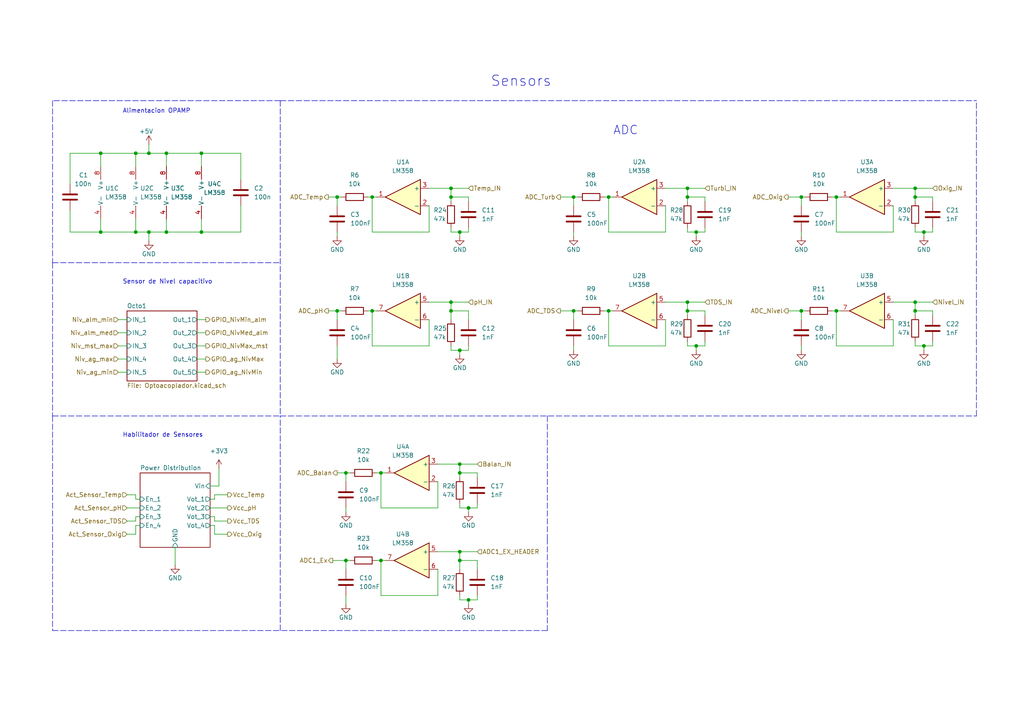
<source format=kicad_sch>
(kicad_sch (version 20211123) (generator eeschema)

  (uuid e4a945f8-c8d9-42af-8d63-04458a5fc18c)

  (paper "A4")

  (lib_symbols
    (symbol "Amplifier_Operational:LM358" (pin_names (offset 0.127)) (in_bom yes) (on_board yes)
      (property "Reference" "U" (id 0) (at 0 5.08 0)
        (effects (font (size 1.27 1.27)) (justify left))
      )
      (property "Value" "LM358" (id 1) (at 0 -5.08 0)
        (effects (font (size 1.27 1.27)) (justify left))
      )
      (property "Footprint" "" (id 2) (at 0 0 0)
        (effects (font (size 1.27 1.27)) hide)
      )
      (property "Datasheet" "http://www.ti.com/lit/ds/symlink/lm2904-n.pdf" (id 3) (at 0 0 0)
        (effects (font (size 1.27 1.27)) hide)
      )
      (property "ki_locked" "" (id 4) (at 0 0 0)
        (effects (font (size 1.27 1.27)))
      )
      (property "ki_keywords" "dual opamp" (id 5) (at 0 0 0)
        (effects (font (size 1.27 1.27)) hide)
      )
      (property "ki_description" "Low-Power, Dual Operational Amplifiers, DIP-8/SOIC-8/TO-99-8" (id 6) (at 0 0 0)
        (effects (font (size 1.27 1.27)) hide)
      )
      (property "ki_fp_filters" "SOIC*3.9x4.9mm*P1.27mm* DIP*W7.62mm* TO*99* OnSemi*Micro8* TSSOP*3x3mm*P0.65mm* TSSOP*4.4x3mm*P0.65mm* MSOP*3x3mm*P0.65mm* SSOP*3.9x4.9mm*P0.635mm* LFCSP*2x2mm*P0.5mm* *SIP* SOIC*5.3x6.2mm*P1.27mm*" (id 7) (at 0 0 0)
        (effects (font (size 1.27 1.27)) hide)
      )
      (symbol "LM358_1_1"
        (polyline
          (pts
            (xy -5.08 5.08)
            (xy 5.08 0)
            (xy -5.08 -5.08)
            (xy -5.08 5.08)
          )
          (stroke (width 0.254) (type default) (color 0 0 0 0))
          (fill (type background))
        )
        (pin output line (at 7.62 0 180) (length 2.54)
          (name "~" (effects (font (size 1.27 1.27))))
          (number "1" (effects (font (size 1.27 1.27))))
        )
        (pin input line (at -7.62 -2.54 0) (length 2.54)
          (name "-" (effects (font (size 1.27 1.27))))
          (number "2" (effects (font (size 1.27 1.27))))
        )
        (pin input line (at -7.62 2.54 0) (length 2.54)
          (name "+" (effects (font (size 1.27 1.27))))
          (number "3" (effects (font (size 1.27 1.27))))
        )
      )
      (symbol "LM358_2_1"
        (polyline
          (pts
            (xy -5.08 5.08)
            (xy 5.08 0)
            (xy -5.08 -5.08)
            (xy -5.08 5.08)
          )
          (stroke (width 0.254) (type default) (color 0 0 0 0))
          (fill (type background))
        )
        (pin input line (at -7.62 2.54 0) (length 2.54)
          (name "+" (effects (font (size 1.27 1.27))))
          (number "5" (effects (font (size 1.27 1.27))))
        )
        (pin input line (at -7.62 -2.54 0) (length 2.54)
          (name "-" (effects (font (size 1.27 1.27))))
          (number "6" (effects (font (size 1.27 1.27))))
        )
        (pin output line (at 7.62 0 180) (length 2.54)
          (name "~" (effects (font (size 1.27 1.27))))
          (number "7" (effects (font (size 1.27 1.27))))
        )
      )
      (symbol "LM358_3_1"
        (pin power_in line (at -2.54 -7.62 90) (length 3.81)
          (name "V-" (effects (font (size 1.27 1.27))))
          (number "4" (effects (font (size 1.27 1.27))))
        )
        (pin power_in line (at -2.54 7.62 270) (length 3.81)
          (name "V+" (effects (font (size 1.27 1.27))))
          (number "8" (effects (font (size 1.27 1.27))))
        )
      )
    )
    (symbol "Device:C" (pin_numbers hide) (pin_names (offset 0.254)) (in_bom yes) (on_board yes)
      (property "Reference" "C" (id 0) (at 0.635 2.54 0)
        (effects (font (size 1.27 1.27)) (justify left))
      )
      (property "Value" "C" (id 1) (at 0.635 -2.54 0)
        (effects (font (size 1.27 1.27)) (justify left))
      )
      (property "Footprint" "" (id 2) (at 0.9652 -3.81 0)
        (effects (font (size 1.27 1.27)) hide)
      )
      (property "Datasheet" "~" (id 3) (at 0 0 0)
        (effects (font (size 1.27 1.27)) hide)
      )
      (property "ki_keywords" "cap capacitor" (id 4) (at 0 0 0)
        (effects (font (size 1.27 1.27)) hide)
      )
      (property "ki_description" "Unpolarized capacitor" (id 5) (at 0 0 0)
        (effects (font (size 1.27 1.27)) hide)
      )
      (property "ki_fp_filters" "C_*" (id 6) (at 0 0 0)
        (effects (font (size 1.27 1.27)) hide)
      )
      (symbol "C_0_1"
        (polyline
          (pts
            (xy -2.032 -0.762)
            (xy 2.032 -0.762)
          )
          (stroke (width 0.508) (type default) (color 0 0 0 0))
          (fill (type none))
        )
        (polyline
          (pts
            (xy -2.032 0.762)
            (xy 2.032 0.762)
          )
          (stroke (width 0.508) (type default) (color 0 0 0 0))
          (fill (type none))
        )
      )
      (symbol "C_1_1"
        (pin passive line (at 0 3.81 270) (length 2.794)
          (name "~" (effects (font (size 1.27 1.27))))
          (number "1" (effects (font (size 1.27 1.27))))
        )
        (pin passive line (at 0 -3.81 90) (length 2.794)
          (name "~" (effects (font (size 1.27 1.27))))
          (number "2" (effects (font (size 1.27 1.27))))
        )
      )
    )
    (symbol "Device:R" (pin_numbers hide) (pin_names (offset 0)) (in_bom yes) (on_board yes)
      (property "Reference" "R" (id 0) (at 2.032 0 90)
        (effects (font (size 1.27 1.27)))
      )
      (property "Value" "R" (id 1) (at 0 0 90)
        (effects (font (size 1.27 1.27)))
      )
      (property "Footprint" "" (id 2) (at -1.778 0 90)
        (effects (font (size 1.27 1.27)) hide)
      )
      (property "Datasheet" "~" (id 3) (at 0 0 0)
        (effects (font (size 1.27 1.27)) hide)
      )
      (property "ki_keywords" "R res resistor" (id 4) (at 0 0 0)
        (effects (font (size 1.27 1.27)) hide)
      )
      (property "ki_description" "Resistor" (id 5) (at 0 0 0)
        (effects (font (size 1.27 1.27)) hide)
      )
      (property "ki_fp_filters" "R_*" (id 6) (at 0 0 0)
        (effects (font (size 1.27 1.27)) hide)
      )
      (symbol "R_0_1"
        (rectangle (start -1.016 -2.54) (end 1.016 2.54)
          (stroke (width 0.254) (type default) (color 0 0 0 0))
          (fill (type none))
        )
      )
      (symbol "R_1_1"
        (pin passive line (at 0 3.81 270) (length 1.27)
          (name "~" (effects (font (size 1.27 1.27))))
          (number "1" (effects (font (size 1.27 1.27))))
        )
        (pin passive line (at 0 -3.81 90) (length 1.27)
          (name "~" (effects (font (size 1.27 1.27))))
          (number "2" (effects (font (size 1.27 1.27))))
        )
      )
    )
    (symbol "power:+3.3V" (power) (pin_names (offset 0)) (in_bom yes) (on_board yes)
      (property "Reference" "#PWR" (id 0) (at 0 -3.81 0)
        (effects (font (size 1.27 1.27)) hide)
      )
      (property "Value" "+3.3V" (id 1) (at 0 3.556 0)
        (effects (font (size 1.27 1.27)))
      )
      (property "Footprint" "" (id 2) (at 0 0 0)
        (effects (font (size 1.27 1.27)) hide)
      )
      (property "Datasheet" "" (id 3) (at 0 0 0)
        (effects (font (size 1.27 1.27)) hide)
      )
      (property "ki_keywords" "power-flag" (id 4) (at 0 0 0)
        (effects (font (size 1.27 1.27)) hide)
      )
      (property "ki_description" "Power symbol creates a global label with name \"+3.3V\"" (id 5) (at 0 0 0)
        (effects (font (size 1.27 1.27)) hide)
      )
      (symbol "+3.3V_0_1"
        (polyline
          (pts
            (xy -0.762 1.27)
            (xy 0 2.54)
          )
          (stroke (width 0) (type default) (color 0 0 0 0))
          (fill (type none))
        )
        (polyline
          (pts
            (xy 0 0)
            (xy 0 2.54)
          )
          (stroke (width 0) (type default) (color 0 0 0 0))
          (fill (type none))
        )
        (polyline
          (pts
            (xy 0 2.54)
            (xy 0.762 1.27)
          )
          (stroke (width 0) (type default) (color 0 0 0 0))
          (fill (type none))
        )
      )
      (symbol "+3.3V_1_1"
        (pin power_in line (at 0 0 90) (length 0) hide
          (name "+3V3" (effects (font (size 1.27 1.27))))
          (number "1" (effects (font (size 1.27 1.27))))
        )
      )
    )
    (symbol "power:+5V" (power) (pin_names (offset 0)) (in_bom yes) (on_board yes)
      (property "Reference" "#PWR" (id 0) (at 0 -3.81 0)
        (effects (font (size 1.27 1.27)) hide)
      )
      (property "Value" "+5V" (id 1) (at 0 3.556 0)
        (effects (font (size 1.27 1.27)))
      )
      (property "Footprint" "" (id 2) (at 0 0 0)
        (effects (font (size 1.27 1.27)) hide)
      )
      (property "Datasheet" "" (id 3) (at 0 0 0)
        (effects (font (size 1.27 1.27)) hide)
      )
      (property "ki_keywords" "power-flag" (id 4) (at 0 0 0)
        (effects (font (size 1.27 1.27)) hide)
      )
      (property "ki_description" "Power symbol creates a global label with name \"+5V\"" (id 5) (at 0 0 0)
        (effects (font (size 1.27 1.27)) hide)
      )
      (symbol "+5V_0_1"
        (polyline
          (pts
            (xy -0.762 1.27)
            (xy 0 2.54)
          )
          (stroke (width 0) (type default) (color 0 0 0 0))
          (fill (type none))
        )
        (polyline
          (pts
            (xy 0 0)
            (xy 0 2.54)
          )
          (stroke (width 0) (type default) (color 0 0 0 0))
          (fill (type none))
        )
        (polyline
          (pts
            (xy 0 2.54)
            (xy 0.762 1.27)
          )
          (stroke (width 0) (type default) (color 0 0 0 0))
          (fill (type none))
        )
      )
      (symbol "+5V_1_1"
        (pin power_in line (at 0 0 90) (length 0) hide
          (name "+5V" (effects (font (size 1.27 1.27))))
          (number "1" (effects (font (size 1.27 1.27))))
        )
      )
    )
    (symbol "power:GND" (power) (pin_names (offset 0)) (in_bom yes) (on_board yes)
      (property "Reference" "#PWR" (id 0) (at 0 -6.35 0)
        (effects (font (size 1.27 1.27)) hide)
      )
      (property "Value" "GND" (id 1) (at 0 -3.81 0)
        (effects (font (size 1.27 1.27)))
      )
      (property "Footprint" "" (id 2) (at 0 0 0)
        (effects (font (size 1.27 1.27)) hide)
      )
      (property "Datasheet" "" (id 3) (at 0 0 0)
        (effects (font (size 1.27 1.27)) hide)
      )
      (property "ki_keywords" "power-flag" (id 4) (at 0 0 0)
        (effects (font (size 1.27 1.27)) hide)
      )
      (property "ki_description" "Power symbol creates a global label with name \"GND\" , ground" (id 5) (at 0 0 0)
        (effects (font (size 1.27 1.27)) hide)
      )
      (symbol "GND_0_1"
        (polyline
          (pts
            (xy 0 0)
            (xy 0 -1.27)
            (xy 1.27 -1.27)
            (xy 0 -2.54)
            (xy -1.27 -1.27)
            (xy 0 -1.27)
          )
          (stroke (width 0) (type default) (color 0 0 0 0))
          (fill (type none))
        )
      )
      (symbol "GND_1_1"
        (pin power_in line (at 0 0 270) (length 0) hide
          (name "GND" (effects (font (size 1.27 1.27))))
          (number "1" (effects (font (size 1.27 1.27))))
        )
      )
    )
  )

  (junction (at 199.39 57.15) (diameter 0) (color 0 0 0 0)
    (uuid 030e231b-ae66-47c5-9ad4-b4556db34279)
  )
  (junction (at 107.95 90.17) (diameter 0) (color 0 0 0 0)
    (uuid 0f371e84-1730-4481-9e92-894cfb11e4a8)
  )
  (junction (at 176.53 57.15) (diameter 0) (color 0 0 0 0)
    (uuid 0f9feafe-1900-409e-a952-8d04431cfe7f)
  )
  (junction (at 201.93 100.33) (diameter 0) (color 0 0 0 0)
    (uuid 153e8375-654c-4f17-905b-d9ccb7993a44)
  )
  (junction (at 130.81 57.15) (diameter 0) (color 0 0 0 0)
    (uuid 1945eaaf-d6d6-4c27-8980-0f8a832adba9)
  )
  (junction (at 199.39 90.17) (diameter 0) (color 0 0 0 0)
    (uuid 2335b0de-d2c4-476c-a78f-599f227b410e)
  )
  (junction (at 133.35 160.02) (diameter 0) (color 0 0 0 0)
    (uuid 23d7adcb-1fa5-4c23-9d22-acdeab53585c)
  )
  (junction (at 107.95 57.15) (diameter 0) (color 0 0 0 0)
    (uuid 263d925b-521b-459d-87a1-9224751892ee)
  )
  (junction (at 110.49 137.16) (diameter 0) (color 0 0 0 0)
    (uuid 266833c1-b84c-4785-b9cb-ca87db6f8ec6)
  )
  (junction (at 265.43 54.61) (diameter 0) (color 0 0 0 0)
    (uuid 27fb3e69-6a8c-4949-bdf1-37229fea8d1d)
  )
  (junction (at 265.43 87.63) (diameter 0) (color 0 0 0 0)
    (uuid 2dd94357-0fce-446d-8386-0be002e12dc6)
  )
  (junction (at 166.37 57.15) (diameter 0) (color 0 0 0 0)
    (uuid 3496466c-f1cd-40da-90f8-19707f44ed7d)
  )
  (junction (at 199.39 87.63) (diameter 0) (color 0 0 0 0)
    (uuid 36595193-e236-4825-80ea-650abf6dc74c)
  )
  (junction (at 43.18 44.45) (diameter 0) (color 0 0 0 0)
    (uuid 426dcff1-10b8-4f1b-bfd0-f931ca0289f4)
  )
  (junction (at 135.89 173.99) (diameter 0) (color 0 0 0 0)
    (uuid 44517992-1992-48e7-b85d-b400b6c4e4db)
  )
  (junction (at 97.79 57.15) (diameter 0) (color 0 0 0 0)
    (uuid 4f8b1c35-682b-4096-b0bc-304ad7046010)
  )
  (junction (at 58.42 67.31) (diameter 0) (color 0 0 0 0)
    (uuid 51a43435-8a03-41b7-8c7c-5c25acf32096)
  )
  (junction (at 242.57 90.17) (diameter 0) (color 0 0 0 0)
    (uuid 557338cb-5cc5-4c65-9172-5d76df24d620)
  )
  (junction (at 201.93 67.31) (diameter 0) (color 0 0 0 0)
    (uuid 56e47e3a-316a-4d63-bdbf-4dbce8485b15)
  )
  (junction (at 176.53 90.17) (diameter 0) (color 0 0 0 0)
    (uuid 5aa14d22-5f3c-4df0-b362-2077d3a0f296)
  )
  (junction (at 265.43 57.15) (diameter 0) (color 0 0 0 0)
    (uuid 5b0f0697-c518-435b-99b6-d17504d10272)
  )
  (junction (at 133.35 134.62) (diameter 0) (color 0 0 0 0)
    (uuid 5dae3e8a-9521-4a63-a9ad-802f8705dfe2)
  )
  (junction (at 133.35 101.6) (diameter 0) (color 0 0 0 0)
    (uuid 607ca316-c57d-4aea-90c3-3b78d787ccb0)
  )
  (junction (at 242.57 57.15) (diameter 0) (color 0 0 0 0)
    (uuid 649312dc-53f6-4ac2-b93b-daa0bc5c9934)
  )
  (junction (at 130.81 90.17) (diameter 0) (color 0 0 0 0)
    (uuid 7a275cd5-13fa-4386-a308-e7e0e210fca2)
  )
  (junction (at 97.79 90.17) (diameter 0) (color 0 0 0 0)
    (uuid 87f62e0e-a94f-4ffc-a7f9-43f6f1de8e2f)
  )
  (junction (at 58.42 44.45) (diameter 0) (color 0 0 0 0)
    (uuid 89d9b09f-2fa8-4093-a2ef-21116bfdab9c)
  )
  (junction (at 166.37 90.17) (diameter 0) (color 0 0 0 0)
    (uuid 8a50f548-60e8-4d00-9c82-1164961cad9a)
  )
  (junction (at 48.26 67.31) (diameter 0) (color 0 0 0 0)
    (uuid 8bbcebeb-b40a-4930-ad4d-86fbf2666919)
  )
  (junction (at 39.37 67.31) (diameter 0) (color 0 0 0 0)
    (uuid 8df96758-ac2e-418b-9006-692b6f1fd855)
  )
  (junction (at 48.26 44.45) (diameter 0) (color 0 0 0 0)
    (uuid 92202390-ccb3-4331-8ed5-7f85978d7fa5)
  )
  (junction (at 232.41 90.17) (diameter 0) (color 0 0 0 0)
    (uuid 998e3388-54ac-4c76-9600-bf65fed06379)
  )
  (junction (at 267.97 100.33) (diameter 0) (color 0 0 0 0)
    (uuid a4ace347-36f9-4278-9d5c-993059cc003f)
  )
  (junction (at 135.89 147.32) (diameter 0) (color 0 0 0 0)
    (uuid a4aed46d-bd6e-4bd2-9e7a-8c128e216ed8)
  )
  (junction (at 265.43 90.17) (diameter 0) (color 0 0 0 0)
    (uuid a606950b-17d7-4c0f-a1c7-b1153e2770d1)
  )
  (junction (at 199.39 54.61) (diameter 0) (color 0 0 0 0)
    (uuid b0da5b40-9335-46a7-943a-b1e8887640f1)
  )
  (junction (at 130.81 54.61) (diameter 0) (color 0 0 0 0)
    (uuid b1d36560-93e1-4c80-946c-5cf269b80ac9)
  )
  (junction (at 130.81 87.63) (diameter 0) (color 0 0 0 0)
    (uuid b233e96c-8436-4774-af71-36b5c63d2fb8)
  )
  (junction (at 110.49 162.56) (diameter 0) (color 0 0 0 0)
    (uuid b28c34a5-3c5e-4160-a160-9cc6efddd80e)
  )
  (junction (at 29.21 67.31) (diameter 0) (color 0 0 0 0)
    (uuid c2caebe6-cf98-49ee-b6d0-b8c19c7e4d93)
  )
  (junction (at 43.18 67.31) (diameter 0) (color 0 0 0 0)
    (uuid c8361f50-93a5-4d29-ab3e-1c4491ddcd9e)
  )
  (junction (at 133.35 162.56) (diameter 0) (color 0 0 0 0)
    (uuid d01cf2b5-bfb1-4773-b5ab-22d52a5f7f19)
  )
  (junction (at 100.33 137.16) (diameter 0) (color 0 0 0 0)
    (uuid da27ab1c-ad67-492f-8bce-3f329434d8de)
  )
  (junction (at 267.97 67.31) (diameter 0) (color 0 0 0 0)
    (uuid da578e84-2201-4a66-a051-60bdad49ad66)
  )
  (junction (at 29.21 44.45) (diameter 0) (color 0 0 0 0)
    (uuid e36c0455-91d3-46e2-a976-5b73acdafb6b)
  )
  (junction (at 39.37 44.45) (diameter 0) (color 0 0 0 0)
    (uuid e3d028b0-aef2-48c3-a3a0-25c98b20c9ae)
  )
  (junction (at 133.35 137.16) (diameter 0) (color 0 0 0 0)
    (uuid e7717ac3-b5a6-47e5-bdff-cc9b0ea8d8a0)
  )
  (junction (at 133.35 67.31) (diameter 0) (color 0 0 0 0)
    (uuid ef405059-6e7c-4e93-87c5-ce5aa4fbd040)
  )
  (junction (at 100.33 162.56) (diameter 0) (color 0 0 0 0)
    (uuid f061629f-7d6c-4cab-be03-10a1e7415f85)
  )
  (junction (at 232.41 57.15) (diameter 0) (color 0 0 0 0)
    (uuid fccff5a6-5d80-499e-a47f-458a650bd1d2)
  )

  (wire (pts (xy 233.68 57.15) (xy 232.41 57.15))
    (stroke (width 0) (type default) (color 0 0 0 0))
    (uuid 0152cbd0-9ea0-49ae-b041-c4ea7a320dcc)
  )
  (wire (pts (xy 130.81 54.61) (xy 130.81 57.15))
    (stroke (width 0) (type default) (color 0 0 0 0))
    (uuid 0237e2ce-1e9b-4f38-9850-7e5b8049b74f)
  )
  (wire (pts (xy 259.08 100.33) (xy 259.08 92.71))
    (stroke (width 0) (type default) (color 0 0 0 0))
    (uuid 0307b320-f47c-4ca2-b1f3-183468cae67a)
  )
  (wire (pts (xy 107.95 90.17) (xy 106.68 90.17))
    (stroke (width 0) (type default) (color 0 0 0 0))
    (uuid 03279350-16ad-44b9-81c6-9b2edc4a2a6d)
  )
  (wire (pts (xy 69.85 44.45) (xy 58.42 44.45))
    (stroke (width 0) (type default) (color 0 0 0 0))
    (uuid 05271a81-e99e-4955-bf9c-e03eb015f8ef)
  )
  (wire (pts (xy 96.52 162.56) (xy 100.33 162.56))
    (stroke (width 0) (type default) (color 0 0 0 0))
    (uuid 058b54cf-1bea-4ba6-a7b1-3093a8dbdc39)
  )
  (wire (pts (xy 133.35 67.31) (xy 135.89 67.31))
    (stroke (width 0) (type default) (color 0 0 0 0))
    (uuid 05c67539-258d-447b-b481-7d934b73487d)
  )
  (wire (pts (xy 57.15 92.71) (xy 59.69 92.71))
    (stroke (width 0) (type default) (color 0 0 0 0))
    (uuid 05cd47f4-c512-4922-be23-a266e41de46c)
  )
  (polyline (pts (xy 158.75 156.21) (xy 158.75 182.88))
    (stroke (width 0) (type default) (color 0 0 0 0))
    (uuid 06077db4-94cd-403b-9b65-af6baf954429)
  )

  (wire (pts (xy 133.35 160.02) (xy 133.35 162.56))
    (stroke (width 0) (type default) (color 0 0 0 0))
    (uuid 06f43f76-825a-47ad-86eb-613c8239bfef)
  )
  (wire (pts (xy 69.85 67.31) (xy 69.85 59.69))
    (stroke (width 0) (type default) (color 0 0 0 0))
    (uuid 086e6b71-7bd7-4d88-be1e-8ab8b871ab2b)
  )
  (wire (pts (xy 135.89 92.71) (xy 135.89 90.17))
    (stroke (width 0) (type default) (color 0 0 0 0))
    (uuid 08705a6c-75a2-49b4-b310-c0128b9ea0fe)
  )
  (polyline (pts (xy 15.24 182.88) (xy 81.28 182.88))
    (stroke (width 0) (type default) (color 0 0 0 0))
    (uuid 087f9625-2b7e-40b6-bde8-ada46e0dfde0)
  )

  (wire (pts (xy 39.37 149.86) (xy 40.64 149.86))
    (stroke (width 0) (type default) (color 0 0 0 0))
    (uuid 08cebc31-eb7d-4b1c-aab4-30c0bc142b95)
  )
  (wire (pts (xy 43.18 44.45) (xy 39.37 44.45))
    (stroke (width 0) (type default) (color 0 0 0 0))
    (uuid 0b5e9fca-e9c1-49fe-9e22-5429c2014705)
  )
  (wire (pts (xy 130.81 87.63) (xy 130.81 90.17))
    (stroke (width 0) (type default) (color 0 0 0 0))
    (uuid 0bd2621e-02cb-46e9-9bd2-32963449dc8f)
  )
  (wire (pts (xy 110.49 162.56) (xy 111.76 162.56))
    (stroke (width 0) (type default) (color 0 0 0 0))
    (uuid 0bea6d8c-48fd-4bc4-bfda-2d323362ac02)
  )
  (wire (pts (xy 267.97 68.58) (xy 267.97 67.31))
    (stroke (width 0) (type default) (color 0 0 0 0))
    (uuid 0c1dbb12-15c3-46bd-be31-6379b26b81fe)
  )
  (wire (pts (xy 110.49 137.16) (xy 110.49 147.32))
    (stroke (width 0) (type default) (color 0 0 0 0))
    (uuid 0d576bd6-762e-4e2b-bca5-b624fc0aebdc)
  )
  (wire (pts (xy 97.79 68.58) (xy 97.79 67.31))
    (stroke (width 0) (type default) (color 0 0 0 0))
    (uuid 0dd65547-3e18-40cd-ba1e-ff3bedaf7d66)
  )
  (wire (pts (xy 60.96 144.78) (xy 62.23 144.78))
    (stroke (width 0) (type default) (color 0 0 0 0))
    (uuid 0e743ea7-c0e0-4947-9eba-f44c99016d1d)
  )
  (wire (pts (xy 110.49 137.16) (xy 111.76 137.16))
    (stroke (width 0) (type default) (color 0 0 0 0))
    (uuid 0f7d1d9c-519c-42b9-9f16-78cc8b0d8c6a)
  )
  (wire (pts (xy 62.23 154.94) (xy 62.23 152.4))
    (stroke (width 0) (type default) (color 0 0 0 0))
    (uuid 1098e01b-de32-4451-a34b-7573625410b5)
  )
  (wire (pts (xy 29.21 63.5) (xy 29.21 67.31))
    (stroke (width 0) (type default) (color 0 0 0 0))
    (uuid 10b57de2-8eb9-49be-83ef-624fbb2cc660)
  )
  (wire (pts (xy 36.83 151.13) (xy 39.37 151.13))
    (stroke (width 0) (type default) (color 0 0 0 0))
    (uuid 12de17a8-d183-45b0-88ee-ec7db21a90b3)
  )
  (wire (pts (xy 60.96 140.97) (xy 63.5 140.97))
    (stroke (width 0) (type default) (color 0 0 0 0))
    (uuid 131a8d7b-a311-479e-b6a4-5bba0fddc87a)
  )
  (wire (pts (xy 232.41 101.6) (xy 232.41 100.33))
    (stroke (width 0) (type default) (color 0 0 0 0))
    (uuid 1448f8cc-380f-43d6-aa00-4c6907595186)
  )
  (polyline (pts (xy 15.24 120.65) (xy 81.28 120.65))
    (stroke (width 0) (type default) (color 0 0 0 0))
    (uuid 14904dd6-eda8-4809-b889-a9275f90a3f2)
  )

  (wire (pts (xy 167.64 57.15) (xy 166.37 57.15))
    (stroke (width 0) (type default) (color 0 0 0 0))
    (uuid 14fd09b3-e7ac-4705-9749-8fa84d4978ec)
  )
  (wire (pts (xy 57.15 104.14) (xy 59.69 104.14))
    (stroke (width 0) (type default) (color 0 0 0 0))
    (uuid 1571f812-a838-49cf-9faa-50898f694738)
  )
  (wire (pts (xy 66.04 143.51) (xy 62.23 143.51))
    (stroke (width 0) (type default) (color 0 0 0 0))
    (uuid 1616b0df-bffa-416d-bb8f-115318d15023)
  )
  (wire (pts (xy 233.68 90.17) (xy 232.41 90.17))
    (stroke (width 0) (type default) (color 0 0 0 0))
    (uuid 16581856-20cc-424f-aa80-176db8581889)
  )
  (wire (pts (xy 270.51 67.31) (xy 270.51 66.04))
    (stroke (width 0) (type default) (color 0 0 0 0))
    (uuid 17f4692b-b1e2-4742-b8e1-599bd156eb87)
  )
  (wire (pts (xy 58.42 44.45) (xy 48.26 44.45))
    (stroke (width 0) (type default) (color 0 0 0 0))
    (uuid 19205ee8-1137-4ba7-ac3e-f42b6ef231bd)
  )
  (wire (pts (xy 101.6 162.56) (xy 100.33 162.56))
    (stroke (width 0) (type default) (color 0 0 0 0))
    (uuid 1a4af2fa-e3f7-4e04-8cde-1a38bd060dbb)
  )
  (wire (pts (xy 135.89 67.31) (xy 135.89 66.04))
    (stroke (width 0) (type default) (color 0 0 0 0))
    (uuid 1b3d386e-beda-4437-bb5e-92eb5d86723f)
  )
  (wire (pts (xy 135.89 148.59) (xy 135.89 147.32))
    (stroke (width 0) (type default) (color 0 0 0 0))
    (uuid 1b6301dc-7fe7-4549-9b58-1617e058be7a)
  )
  (wire (pts (xy 176.53 57.15) (xy 175.26 57.15))
    (stroke (width 0) (type default) (color 0 0 0 0))
    (uuid 1fcfd272-7613-4669-aaed-291035516241)
  )
  (wire (pts (xy 166.37 68.58) (xy 166.37 67.31))
    (stroke (width 0) (type default) (color 0 0 0 0))
    (uuid 201b650d-a4fd-4272-beeb-232541f16ab5)
  )
  (wire (pts (xy 127 172.72) (xy 127 165.1))
    (stroke (width 0) (type default) (color 0 0 0 0))
    (uuid 245e93ab-a642-4032-9d33-a27ccb53f3d6)
  )
  (wire (pts (xy 107.95 90.17) (xy 109.22 90.17))
    (stroke (width 0) (type default) (color 0 0 0 0))
    (uuid 24d54cf1-6ab4-4250-8b59-553524ff8b8c)
  )
  (wire (pts (xy 199.39 54.61) (xy 199.39 57.15))
    (stroke (width 0) (type default) (color 0 0 0 0))
    (uuid 25f341fb-76c6-44e3-bef5-d2c3c1da5930)
  )
  (wire (pts (xy 176.53 57.15) (xy 176.53 67.31))
    (stroke (width 0) (type default) (color 0 0 0 0))
    (uuid 26da7f97-8003-4e87-8a55-aed32d040281)
  )
  (wire (pts (xy 130.81 87.63) (xy 135.89 87.63))
    (stroke (width 0) (type default) (color 0 0 0 0))
    (uuid 2830e16f-21c8-4e7f-a6d9-d10392775250)
  )
  (polyline (pts (xy 15.24 76.2) (xy 81.28 76.2))
    (stroke (width 0) (type default) (color 0 0 0 0))
    (uuid 287c69c4-5f11-4fae-9e0b-69c46068b306)
  )

  (wire (pts (xy 60.96 147.32) (xy 66.04 147.32))
    (stroke (width 0) (type default) (color 0 0 0 0))
    (uuid 29df32f0-999a-438a-83ca-773222712dee)
  )
  (wire (pts (xy 39.37 63.5) (xy 39.37 67.31))
    (stroke (width 0) (type default) (color 0 0 0 0))
    (uuid 2a38bd7b-2985-4d68-a9e2-477ad3816c81)
  )
  (wire (pts (xy 204.47 67.31) (xy 204.47 66.04))
    (stroke (width 0) (type default) (color 0 0 0 0))
    (uuid 2bd4e54a-477e-4a87-9882-6c6ec5d3a139)
  )
  (wire (pts (xy 29.21 67.31) (xy 39.37 67.31))
    (stroke (width 0) (type default) (color 0 0 0 0))
    (uuid 2c3c222d-f9d9-40f1-99d1-da434d96554a)
  )
  (wire (pts (xy 20.32 44.45) (xy 20.32 53.34))
    (stroke (width 0) (type default) (color 0 0 0 0))
    (uuid 2ccc5e80-07eb-4fd4-a00f-9528ca0c4e7f)
  )
  (wire (pts (xy 133.35 147.32) (xy 135.89 147.32))
    (stroke (width 0) (type default) (color 0 0 0 0))
    (uuid 2d10d38c-5523-4b56-a667-eaa6d66422b1)
  )
  (polyline (pts (xy 81.28 29.21) (xy 283.21 29.21))
    (stroke (width 0) (type default) (color 0 0 0 0))
    (uuid 2eb59335-e9a4-4055-9c87-c716aa460eec)
  )

  (wire (pts (xy 20.32 60.96) (xy 20.32 67.31))
    (stroke (width 0) (type default) (color 0 0 0 0))
    (uuid 2ed08273-0c4d-470d-9389-4b1cef70f325)
  )
  (wire (pts (xy 265.43 90.17) (xy 265.43 91.44))
    (stroke (width 0) (type default) (color 0 0 0 0))
    (uuid 2fb5a7f9-9baf-4dad-b3f9-a224163b0bee)
  )
  (wire (pts (xy 43.18 67.31) (xy 43.18 69.85))
    (stroke (width 0) (type default) (color 0 0 0 0))
    (uuid 312d5353-f82d-4397-ba25-3990382468ce)
  )
  (wire (pts (xy 127 134.62) (xy 133.35 134.62))
    (stroke (width 0) (type default) (color 0 0 0 0))
    (uuid 317323e0-4fc1-407d-986a-47cc862bdfe5)
  )
  (wire (pts (xy 201.93 68.58) (xy 201.93 67.31))
    (stroke (width 0) (type default) (color 0 0 0 0))
    (uuid 32d1cc4d-e07c-47f0-b614-d248149935b7)
  )
  (wire (pts (xy 138.43 173.99) (xy 138.43 172.72))
    (stroke (width 0) (type default) (color 0 0 0 0))
    (uuid 330f6691-8e82-4fb6-980b-89ed1072f6ae)
  )
  (wire (pts (xy 135.89 58.42) (xy 135.89 57.15))
    (stroke (width 0) (type default) (color 0 0 0 0))
    (uuid 34406982-f298-4c42-881c-7f3f8df84b46)
  )
  (wire (pts (xy 259.08 54.61) (xy 265.43 54.61))
    (stroke (width 0) (type default) (color 0 0 0 0))
    (uuid 3666a4de-ca25-4d14-b8b1-6180c3745986)
  )
  (wire (pts (xy 133.35 101.6) (xy 133.35 102.87))
    (stroke (width 0) (type default) (color 0 0 0 0))
    (uuid 36c84e65-dd99-4d68-843b-111ba36bc2e6)
  )
  (wire (pts (xy 138.43 165.1) (xy 138.43 162.56))
    (stroke (width 0) (type default) (color 0 0 0 0))
    (uuid 3844f435-e41f-4eb2-b45f-eb87aa490793)
  )
  (wire (pts (xy 270.51 58.42) (xy 270.51 57.15))
    (stroke (width 0) (type default) (color 0 0 0 0))
    (uuid 385711cc-a77f-4def-846c-8dca7489a438)
  )
  (wire (pts (xy 66.04 151.13) (xy 62.23 151.13))
    (stroke (width 0) (type default) (color 0 0 0 0))
    (uuid 3895ee04-c936-4b51-99a3-439d7089aeb3)
  )
  (wire (pts (xy 29.21 44.45) (xy 29.21 48.26))
    (stroke (width 0) (type default) (color 0 0 0 0))
    (uuid 38f13445-75ae-4222-a378-2fda59249313)
  )
  (wire (pts (xy 107.95 100.33) (xy 124.46 100.33))
    (stroke (width 0) (type default) (color 0 0 0 0))
    (uuid 3b8d4f67-8632-4491-beef-cbda24f3b881)
  )
  (wire (pts (xy 124.46 54.61) (xy 130.81 54.61))
    (stroke (width 0) (type default) (color 0 0 0 0))
    (uuid 3de7a3dc-25a4-4859-a21c-bb48b6e4f292)
  )
  (wire (pts (xy 110.49 172.72) (xy 127 172.72))
    (stroke (width 0) (type default) (color 0 0 0 0))
    (uuid 3f4b952a-1d4a-4dce-a0b8-cdd68564d6f1)
  )
  (wire (pts (xy 110.49 162.56) (xy 110.49 172.72))
    (stroke (width 0) (type default) (color 0 0 0 0))
    (uuid 4243e2a0-70b9-49be-a434-a0f3d658b4cb)
  )
  (wire (pts (xy 48.26 63.5) (xy 48.26 67.31))
    (stroke (width 0) (type default) (color 0 0 0 0))
    (uuid 445d5fe6-8577-4171-b74f-f1c2d3d387bb)
  )
  (wire (pts (xy 267.97 101.6) (xy 267.97 100.33))
    (stroke (width 0) (type default) (color 0 0 0 0))
    (uuid 464e0785-9c51-4bbb-8481-8db4450400fe)
  )
  (wire (pts (xy 36.83 147.32) (xy 40.64 147.32))
    (stroke (width 0) (type default) (color 0 0 0 0))
    (uuid 46d75c0f-2b5b-45f3-b26f-cb59d4b1a3c9)
  )
  (wire (pts (xy 242.57 57.15) (xy 242.57 67.31))
    (stroke (width 0) (type default) (color 0 0 0 0))
    (uuid 472ff851-e0d8-4715-93a5-25e6cd8102d4)
  )
  (wire (pts (xy 138.43 162.56) (xy 133.35 162.56))
    (stroke (width 0) (type default) (color 0 0 0 0))
    (uuid 473d25c6-bda3-45db-8816-d4c597361e5c)
  )
  (wire (pts (xy 130.81 90.17) (xy 130.81 92.71))
    (stroke (width 0) (type default) (color 0 0 0 0))
    (uuid 4778c952-37aa-412b-8b08-fc535ae4e281)
  )
  (wire (pts (xy 39.37 44.45) (xy 39.37 48.26))
    (stroke (width 0) (type default) (color 0 0 0 0))
    (uuid 48150b0c-dc77-4f36-b229-01e320e2fc8c)
  )
  (wire (pts (xy 166.37 90.17) (xy 166.37 92.71))
    (stroke (width 0) (type default) (color 0 0 0 0))
    (uuid 49509c67-689a-4c08-abf8-496ba2aca795)
  )
  (wire (pts (xy 199.39 90.17) (xy 204.47 90.17))
    (stroke (width 0) (type default) (color 0 0 0 0))
    (uuid 4a2cc645-add7-41e0-91c7-56566e7a4b86)
  )
  (wire (pts (xy 39.37 44.45) (xy 29.21 44.45))
    (stroke (width 0) (type default) (color 0 0 0 0))
    (uuid 4c7114cd-8d6f-48d8-bba1-6af8a0246930)
  )
  (wire (pts (xy 63.5 140.97) (xy 63.5 135.89))
    (stroke (width 0) (type default) (color 0 0 0 0))
    (uuid 4c99c0e2-1acc-4010-8920-e2dfe68e8789)
  )
  (wire (pts (xy 242.57 90.17) (xy 241.3 90.17))
    (stroke (width 0) (type default) (color 0 0 0 0))
    (uuid 4d636a5b-832a-4f88-bac6-fd77ed73b7b8)
  )
  (wire (pts (xy 58.42 67.31) (xy 69.85 67.31))
    (stroke (width 0) (type default) (color 0 0 0 0))
    (uuid 4de153af-781b-45af-891a-40e1a6d36e3b)
  )
  (wire (pts (xy 62.23 152.4) (xy 60.96 152.4))
    (stroke (width 0) (type default) (color 0 0 0 0))
    (uuid 4f53f800-3644-405a-906e-7ae28f024185)
  )
  (wire (pts (xy 162.56 90.17) (xy 166.37 90.17))
    (stroke (width 0) (type default) (color 0 0 0 0))
    (uuid 5052b06c-2c48-4c5f-8c8b-34ea4a89ed9e)
  )
  (wire (pts (xy 199.39 87.63) (xy 204.47 87.63))
    (stroke (width 0) (type default) (color 0 0 0 0))
    (uuid 51716433-1826-4591-86dd-cb419423bf54)
  )
  (wire (pts (xy 265.43 100.33) (xy 267.97 100.33))
    (stroke (width 0) (type default) (color 0 0 0 0))
    (uuid 54dff62a-8ff2-4d2d-9117-d66a08c1420d)
  )
  (wire (pts (xy 259.08 87.63) (xy 265.43 87.63))
    (stroke (width 0) (type default) (color 0 0 0 0))
    (uuid 55e7226d-6476-4fce-a4e7-c60055351afb)
  )
  (wire (pts (xy 242.57 57.15) (xy 243.84 57.15))
    (stroke (width 0) (type default) (color 0 0 0 0))
    (uuid 56e31d26-fc8a-40be-af1f-e7fb82eb1818)
  )
  (wire (pts (xy 176.53 67.31) (xy 193.04 67.31))
    (stroke (width 0) (type default) (color 0 0 0 0))
    (uuid 59dd43bc-5ffe-4f9c-80d9-18a73294fe64)
  )
  (wire (pts (xy 135.89 90.17) (xy 130.81 90.17))
    (stroke (width 0) (type default) (color 0 0 0 0))
    (uuid 5cce61c1-8437-486c-ae34-6c1eaf77048e)
  )
  (wire (pts (xy 204.47 58.42) (xy 204.47 57.15))
    (stroke (width 0) (type default) (color 0 0 0 0))
    (uuid 5e46ac1f-5068-4c4b-82a4-a8b2d4f8e954)
  )
  (wire (pts (xy 133.35 134.62) (xy 138.43 134.62))
    (stroke (width 0) (type default) (color 0 0 0 0))
    (uuid 5ea3e3b5-e177-43b5-a1ac-59907556ac1d)
  )
  (wire (pts (xy 135.89 101.6) (xy 135.89 100.33))
    (stroke (width 0) (type default) (color 0 0 0 0))
    (uuid 5f3cf49e-6731-440c-a1d1-1bb3581dcd61)
  )
  (wire (pts (xy 107.95 57.15) (xy 109.22 57.15))
    (stroke (width 0) (type default) (color 0 0 0 0))
    (uuid 5f7053b8-7142-4558-8b82-3838fe043674)
  )
  (wire (pts (xy 95.25 57.15) (xy 97.79 57.15))
    (stroke (width 0) (type default) (color 0 0 0 0))
    (uuid 5fcb311a-10d0-482d-b715-9eebd3b43ec6)
  )
  (wire (pts (xy 259.08 67.31) (xy 259.08 59.69))
    (stroke (width 0) (type default) (color 0 0 0 0))
    (uuid 61f46ace-8174-49b3-b36d-7542d05f8cb3)
  )
  (wire (pts (xy 97.79 90.17) (xy 97.79 92.71))
    (stroke (width 0) (type default) (color 0 0 0 0))
    (uuid 623387a1-a866-4a0b-9cc3-dcea8237613e)
  )
  (wire (pts (xy 265.43 57.15) (xy 270.51 57.15))
    (stroke (width 0) (type default) (color 0 0 0 0))
    (uuid 6260f0ab-23e1-4788-9d9d-597848609e66)
  )
  (wire (pts (xy 199.39 90.17) (xy 199.39 91.44))
    (stroke (width 0) (type default) (color 0 0 0 0))
    (uuid 62a4f8b8-9aa5-4f5d-be0d-c0ccc51b14ba)
  )
  (wire (pts (xy 50.8 158.75) (xy 50.8 163.83))
    (stroke (width 0) (type default) (color 0 0 0 0))
    (uuid 634fd35b-a7e0-47fc-8e52-f2c3e9e88a2c)
  )
  (wire (pts (xy 135.89 147.32) (xy 138.43 147.32))
    (stroke (width 0) (type default) (color 0 0 0 0))
    (uuid 65257c0b-41e1-41e1-b5a8-847f5ab64a51)
  )
  (wire (pts (xy 39.37 154.94) (xy 39.37 152.4))
    (stroke (width 0) (type default) (color 0 0 0 0))
    (uuid 672c4779-8e71-4506-9f01-00bc68da04a9)
  )
  (wire (pts (xy 270.51 91.44) (xy 270.51 90.17))
    (stroke (width 0) (type default) (color 0 0 0 0))
    (uuid 68019599-06c4-419e-8a8b-6c2aede3bd24)
  )
  (wire (pts (xy 265.43 100.33) (xy 265.43 99.06))
    (stroke (width 0) (type default) (color 0 0 0 0))
    (uuid 6a5152af-2556-49e8-b493-0deb58d58916)
  )
  (wire (pts (xy 265.43 57.15) (xy 265.43 58.42))
    (stroke (width 0) (type default) (color 0 0 0 0))
    (uuid 6a836e0b-bf39-46c6-9914-617aba70a0a5)
  )
  (wire (pts (xy 124.46 100.33) (xy 124.46 92.71))
    (stroke (width 0) (type default) (color 0 0 0 0))
    (uuid 6ca5ba5e-8b1b-45f0-bc43-3a1ded2d2674)
  )
  (wire (pts (xy 176.53 90.17) (xy 176.53 100.33))
    (stroke (width 0) (type default) (color 0 0 0 0))
    (uuid 6fbae17f-c262-4e49-97a2-e5b9f59e9230)
  )
  (wire (pts (xy 39.37 152.4) (xy 40.64 152.4))
    (stroke (width 0) (type default) (color 0 0 0 0))
    (uuid 7069fd08-4cf6-431a-b68b-0bd43600a653)
  )
  (wire (pts (xy 204.47 100.33) (xy 204.47 99.06))
    (stroke (width 0) (type default) (color 0 0 0 0))
    (uuid 72bac2b0-e386-44c7-90b3-b5af37c2113c)
  )
  (wire (pts (xy 135.89 173.99) (xy 135.89 175.26))
    (stroke (width 0) (type default) (color 0 0 0 0))
    (uuid 73c4025d-7e12-4062-b158-f79185cb9652)
  )
  (wire (pts (xy 107.95 67.31) (xy 124.46 67.31))
    (stroke (width 0) (type default) (color 0 0 0 0))
    (uuid 74c487f7-ded0-4079-8709-c4c5ad78182e)
  )
  (wire (pts (xy 199.39 87.63) (xy 199.39 90.17))
    (stroke (width 0) (type default) (color 0 0 0 0))
    (uuid 75c542d3-a4ea-433e-a7bc-3899af162182)
  )
  (wire (pts (xy 130.81 57.15) (xy 135.89 57.15))
    (stroke (width 0) (type default) (color 0 0 0 0))
    (uuid 75db2059-8692-42d5-b784-1f0adbb488a6)
  )
  (wire (pts (xy 133.35 172.72) (xy 133.35 173.99))
    (stroke (width 0) (type default) (color 0 0 0 0))
    (uuid 7657adff-c2b9-420b-aa77-adb4c8810118)
  )
  (wire (pts (xy 20.32 67.31) (xy 29.21 67.31))
    (stroke (width 0) (type default) (color 0 0 0 0))
    (uuid 77e1b999-3829-4f47-9c17-ad21a4c21223)
  )
  (wire (pts (xy 124.46 67.31) (xy 124.46 59.69))
    (stroke (width 0) (type default) (color 0 0 0 0))
    (uuid 78f3e0dc-92bb-46ef-bb9b-ec159afbca83)
  )
  (wire (pts (xy 39.37 144.78) (xy 40.64 144.78))
    (stroke (width 0) (type default) (color 0 0 0 0))
    (uuid 7bf0f01b-2d95-4007-87ca-02d1615b8950)
  )
  (wire (pts (xy 242.57 100.33) (xy 259.08 100.33))
    (stroke (width 0) (type default) (color 0 0 0 0))
    (uuid 7c16b63f-9569-470b-ae92-eb88303d94d2)
  )
  (wire (pts (xy 110.49 137.16) (xy 109.22 137.16))
    (stroke (width 0) (type default) (color 0 0 0 0))
    (uuid 7c78f624-3928-477d-a452-e523a9ac8ce6)
  )
  (wire (pts (xy 130.81 101.6) (xy 133.35 101.6))
    (stroke (width 0) (type default) (color 0 0 0 0))
    (uuid 7cee6465-adfe-47d7-9b12-86b002c2e29c)
  )
  (wire (pts (xy 62.23 143.51) (xy 62.23 144.78))
    (stroke (width 0) (type default) (color 0 0 0 0))
    (uuid 7d708ccc-1694-4bb5-8c40-7028100b13f0)
  )
  (wire (pts (xy 176.53 90.17) (xy 177.8 90.17))
    (stroke (width 0) (type default) (color 0 0 0 0))
    (uuid 7f86b820-cb1f-43be-8b17-e2eb938ff73a)
  )
  (wire (pts (xy 57.15 100.33) (xy 59.69 100.33))
    (stroke (width 0) (type default) (color 0 0 0 0))
    (uuid 80fdb759-053c-4b05-8a8e-44498250ee2c)
  )
  (wire (pts (xy 166.37 57.15) (xy 166.37 59.69))
    (stroke (width 0) (type default) (color 0 0 0 0))
    (uuid 810c1063-ef18-4cb8-b824-56c6f52adc02)
  )
  (wire (pts (xy 176.53 57.15) (xy 177.8 57.15))
    (stroke (width 0) (type default) (color 0 0 0 0))
    (uuid 886a414e-9b85-4215-b5f6-598e9b1a2724)
  )
  (wire (pts (xy 133.35 160.02) (xy 138.43 160.02))
    (stroke (width 0) (type default) (color 0 0 0 0))
    (uuid 8966421c-8ff1-4d0b-b6ed-3089c46b3d14)
  )
  (polyline (pts (xy 158.75 182.88) (xy 81.28 182.88))
    (stroke (width 0) (type default) (color 0 0 0 0))
    (uuid 8b1f2fb0-84f0-41af-ac50-0f00843c3014)
  )

  (wire (pts (xy 193.04 87.63) (xy 199.39 87.63))
    (stroke (width 0) (type default) (color 0 0 0 0))
    (uuid 8babe457-a827-45a8-9920-07e15507737e)
  )
  (wire (pts (xy 57.15 107.95) (xy 59.69 107.95))
    (stroke (width 0) (type default) (color 0 0 0 0))
    (uuid 8bb0a79c-d00f-4fcc-b335-107912604f07)
  )
  (wire (pts (xy 62.23 149.86) (xy 60.96 149.86))
    (stroke (width 0) (type default) (color 0 0 0 0))
    (uuid 8cf0429a-1f2b-4c6c-bc0c-46c4e019b626)
  )
  (wire (pts (xy 130.81 54.61) (xy 135.89 54.61))
    (stroke (width 0) (type default) (color 0 0 0 0))
    (uuid 8f3a16c2-6f04-443c-9210-2502b15468e8)
  )
  (wire (pts (xy 124.46 87.63) (xy 130.81 87.63))
    (stroke (width 0) (type default) (color 0 0 0 0))
    (uuid 905c4ad3-38ec-403c-b9a5-6b8bc37508c7)
  )
  (wire (pts (xy 101.6 137.16) (xy 100.33 137.16))
    (stroke (width 0) (type default) (color 0 0 0 0))
    (uuid 91db690a-cf81-481f-bda2-0f7c96e7dc7c)
  )
  (wire (pts (xy 107.95 57.15) (xy 107.95 67.31))
    (stroke (width 0) (type default) (color 0 0 0 0))
    (uuid 93732278-56d7-4605-85a2-0d5c118bfef2)
  )
  (wire (pts (xy 265.43 87.63) (xy 270.51 87.63))
    (stroke (width 0) (type default) (color 0 0 0 0))
    (uuid 95488f0a-eb96-4588-99b8-eb21872f3186)
  )
  (wire (pts (xy 100.33 162.56) (xy 100.33 165.1))
    (stroke (width 0) (type default) (color 0 0 0 0))
    (uuid 963c8cb9-acbb-49fa-b189-a9c00abbe051)
  )
  (wire (pts (xy 130.81 57.15) (xy 130.81 58.42))
    (stroke (width 0) (type default) (color 0 0 0 0))
    (uuid 967bd61f-72da-41ba-9ff9-44f866b72c11)
  )
  (wire (pts (xy 242.57 90.17) (xy 243.84 90.17))
    (stroke (width 0) (type default) (color 0 0 0 0))
    (uuid 97af6b6a-0553-4d0a-85e0-77d2e4d30eca)
  )
  (wire (pts (xy 66.04 154.94) (xy 62.23 154.94))
    (stroke (width 0) (type default) (color 0 0 0 0))
    (uuid 97b578f6-7a95-4aad-a8b6-c441767abcd8)
  )
  (wire (pts (xy 36.83 154.94) (xy 39.37 154.94))
    (stroke (width 0) (type default) (color 0 0 0 0))
    (uuid 99f97845-0fb0-40a5-b935-f4a29d0b73b2)
  )
  (wire (pts (xy 99.06 57.15) (xy 97.79 57.15))
    (stroke (width 0) (type default) (color 0 0 0 0))
    (uuid 9b3b1ace-7f91-4b6d-a81d-555adabf8507)
  )
  (wire (pts (xy 39.37 143.51) (xy 39.37 144.78))
    (stroke (width 0) (type default) (color 0 0 0 0))
    (uuid 9e57519f-4f85-46a2-ad8a-e57370235a45)
  )
  (wire (pts (xy 199.39 57.15) (xy 199.39 58.42))
    (stroke (width 0) (type default) (color 0 0 0 0))
    (uuid 9f5862ae-2d8e-4bfc-aa5e-6dbe1ca43c17)
  )
  (wire (pts (xy 34.29 104.14) (xy 36.83 104.14))
    (stroke (width 0) (type default) (color 0 0 0 0))
    (uuid a0a59378-247e-43b6-833b-6c66b0d6841b)
  )
  (wire (pts (xy 39.37 151.13) (xy 39.37 149.86))
    (stroke (width 0) (type default) (color 0 0 0 0))
    (uuid a12ab5bb-70e6-4782-86de-f4d9aa962ca6)
  )
  (polyline (pts (xy 283.21 120.65) (xy 283.21 29.21))
    (stroke (width 0) (type default) (color 0 0 0 0))
    (uuid a12c9558-5d48-4e12-913f-de6356d31f1e)
  )

  (wire (pts (xy 265.43 54.61) (xy 270.51 54.61))
    (stroke (width 0) (type default) (color 0 0 0 0))
    (uuid a184e26f-ef4c-456d-b07a-e93528f1f029)
  )
  (wire (pts (xy 34.29 92.71) (xy 36.83 92.71))
    (stroke (width 0) (type default) (color 0 0 0 0))
    (uuid a1b5f3f7-62b2-4756-a5cc-6aed199934a4)
  )
  (wire (pts (xy 242.57 67.31) (xy 259.08 67.31))
    (stroke (width 0) (type default) (color 0 0 0 0))
    (uuid a27c0c36-62f0-4946-ae48-4b0762b5bf28)
  )
  (wire (pts (xy 135.89 173.99) (xy 138.43 173.99))
    (stroke (width 0) (type default) (color 0 0 0 0))
    (uuid a723600f-0530-4a91-b3f1-db738e6792cd)
  )
  (wire (pts (xy 58.42 63.5) (xy 58.42 67.31))
    (stroke (width 0) (type default) (color 0 0 0 0))
    (uuid a9937fa1-fd2b-4366-889f-377e610314e4)
  )
  (wire (pts (xy 100.33 137.16) (xy 100.33 139.7))
    (stroke (width 0) (type default) (color 0 0 0 0))
    (uuid a9bb801c-9a91-400a-91e1-f75720d6a5e9)
  )
  (wire (pts (xy 232.41 68.58) (xy 232.41 67.31))
    (stroke (width 0) (type default) (color 0 0 0 0))
    (uuid abdf6b67-3ad9-4583-8aef-a10a4f70a1ef)
  )
  (wire (pts (xy 36.83 143.51) (xy 39.37 143.51))
    (stroke (width 0) (type default) (color 0 0 0 0))
    (uuid ac1c3928-4c92-4b43-ac8a-9fb82f6c5b46)
  )
  (wire (pts (xy 133.35 147.32) (xy 133.35 146.05))
    (stroke (width 0) (type default) (color 0 0 0 0))
    (uuid b112d0f5-c404-4185-97b3-1c5e31e0df1d)
  )
  (wire (pts (xy 176.53 100.33) (xy 193.04 100.33))
    (stroke (width 0) (type default) (color 0 0 0 0))
    (uuid b20de7fd-91b0-4c37-a9d8-4c6d60456543)
  )
  (wire (pts (xy 193.04 54.61) (xy 199.39 54.61))
    (stroke (width 0) (type default) (color 0 0 0 0))
    (uuid b2bbb70d-4f99-433b-9d74-7beed65391e6)
  )
  (wire (pts (xy 95.25 90.17) (xy 97.79 90.17))
    (stroke (width 0) (type default) (color 0 0 0 0))
    (uuid b2e78a4d-6ece-4716-9503-ce46c4e16387)
  )
  (wire (pts (xy 265.43 67.31) (xy 265.43 66.04))
    (stroke (width 0) (type default) (color 0 0 0 0))
    (uuid b2fcdfd5-40ad-405e-9268-3a855c7a140b)
  )
  (wire (pts (xy 201.93 101.6) (xy 201.93 100.33))
    (stroke (width 0) (type default) (color 0 0 0 0))
    (uuid b6a592d0-3c0a-4d86-a905-2b17fdb1a4c8)
  )
  (wire (pts (xy 199.39 100.33) (xy 199.39 99.06))
    (stroke (width 0) (type default) (color 0 0 0 0))
    (uuid b6ef4b21-3825-4c74-88a9-81c0f4d3469b)
  )
  (wire (pts (xy 133.35 137.16) (xy 138.43 137.16))
    (stroke (width 0) (type default) (color 0 0 0 0))
    (uuid bc66bae4-d4e9-4d6d-8711-abf7e0e0c466)
  )
  (wire (pts (xy 127 147.32) (xy 127 139.7))
    (stroke (width 0) (type default) (color 0 0 0 0))
    (uuid bce2bead-0840-4fc7-b5df-199c4d7f38e7)
  )
  (wire (pts (xy 232.41 90.17) (xy 232.41 92.71))
    (stroke (width 0) (type default) (color 0 0 0 0))
    (uuid be028594-4438-44a1-ad17-136fec998713)
  )
  (wire (pts (xy 199.39 54.61) (xy 204.47 54.61))
    (stroke (width 0) (type default) (color 0 0 0 0))
    (uuid be267f81-60de-455e-b911-e38b3d003549)
  )
  (wire (pts (xy 201.93 67.31) (xy 204.47 67.31))
    (stroke (width 0) (type default) (color 0 0 0 0))
    (uuid bfdc96ce-bf79-4b6a-b35d-79bf6899e8c0)
  )
  (wire (pts (xy 110.49 162.56) (xy 109.22 162.56))
    (stroke (width 0) (type default) (color 0 0 0 0))
    (uuid bfe029eb-af27-4f37-945b-896d95987c5f)
  )
  (wire (pts (xy 193.04 100.33) (xy 193.04 92.71))
    (stroke (width 0) (type default) (color 0 0 0 0))
    (uuid c14d32b1-df0c-46bc-b209-9750674fde0f)
  )
  (wire (pts (xy 267.97 100.33) (xy 270.51 100.33))
    (stroke (width 0) (type default) (color 0 0 0 0))
    (uuid c1beca89-299a-4ba3-8668-023529c4453e)
  )
  (wire (pts (xy 130.81 67.31) (xy 133.35 67.31))
    (stroke (width 0) (type default) (color 0 0 0 0))
    (uuid c2d54d57-5919-4968-b947-04879e4382e0)
  )
  (wire (pts (xy 176.53 90.17) (xy 175.26 90.17))
    (stroke (width 0) (type default) (color 0 0 0 0))
    (uuid c2e17b3f-e05e-4586-9685-aefae2a43662)
  )
  (wire (pts (xy 199.39 67.31) (xy 201.93 67.31))
    (stroke (width 0) (type default) (color 0 0 0 0))
    (uuid c344cbfe-34c1-48bd-b1e8-a5909aa37c20)
  )
  (wire (pts (xy 100.33 148.59) (xy 100.33 147.32))
    (stroke (width 0) (type default) (color 0 0 0 0))
    (uuid c385728a-9ba4-4468-b303-317865a6bc85)
  )
  (wire (pts (xy 199.39 57.15) (xy 204.47 57.15))
    (stroke (width 0) (type default) (color 0 0 0 0))
    (uuid c41ad917-c35d-45cc-bfab-95e316295bfc)
  )
  (wire (pts (xy 138.43 138.43) (xy 138.43 137.16))
    (stroke (width 0) (type default) (color 0 0 0 0))
    (uuid c595703d-2dd7-48a3-a604-5f9f01d22727)
  )
  (polyline (pts (xy 15.24 29.21) (xy 15.24 76.2))
    (stroke (width 0) (type default) (color 0 0 0 0))
    (uuid c612db43-4eb2-4529-a0e4-52616de10f22)
  )

  (wire (pts (xy 199.39 100.33) (xy 201.93 100.33))
    (stroke (width 0) (type default) (color 0 0 0 0))
    (uuid c7cf69d8-5b89-474e-bd1b-798834ea6cbd)
  )
  (wire (pts (xy 204.47 91.44) (xy 204.47 90.17))
    (stroke (width 0) (type default) (color 0 0 0 0))
    (uuid c83cd2bc-b034-43f9-a550-7b6a55147c97)
  )
  (polyline (pts (xy 15.24 120.65) (xy 15.24 182.88))
    (stroke (width 0) (type default) (color 0 0 0 0))
    (uuid c9c2fcdb-08ff-461a-a352-bd8450e1c6c3)
  )

  (wire (pts (xy 127 160.02) (xy 133.35 160.02))
    (stroke (width 0) (type default) (color 0 0 0 0))
    (uuid ccc0214f-b88b-4cad-b3d0-705c6d465aa4)
  )
  (polyline (pts (xy 158.75 120.65) (xy 158.75 156.21))
    (stroke (width 0) (type default) (color 0 0 0 0))
    (uuid ccd1d81c-f531-4d6e-bbc3-8da9f81d89d2)
  )

  (wire (pts (xy 228.6 90.17) (xy 232.41 90.17))
    (stroke (width 0) (type default) (color 0 0 0 0))
    (uuid cde257ac-3785-471a-a2a3-d49d86724d77)
  )
  (wire (pts (xy 228.6 57.15) (xy 232.41 57.15))
    (stroke (width 0) (type default) (color 0 0 0 0))
    (uuid ce9e977e-c36b-4337-b31c-4200de54cf2f)
  )
  (wire (pts (xy 107.95 90.17) (xy 107.95 100.33))
    (stroke (width 0) (type default) (color 0 0 0 0))
    (uuid d099838d-6246-402e-99e8-32681a2c238d)
  )
  (polyline (pts (xy 81.28 182.88) (xy 81.28 120.65))
    (stroke (width 0) (type default) (color 0 0 0 0))
    (uuid d0a48078-413c-416b-bade-dee7e0c33285)
  )
  (polyline (pts (xy 81.28 29.21) (xy 81.28 120.65))
    (stroke (width 0) (type default) (color 0 0 0 0))
    (uuid d50b8bce-6f41-47f4-8b68-c41b5b166ee7)
  )

  (wire (pts (xy 130.81 67.31) (xy 130.81 66.04))
    (stroke (width 0) (type default) (color 0 0 0 0))
    (uuid d83bbe6e-94fb-407a-99f5-532a42f8304a)
  )
  (wire (pts (xy 62.23 151.13) (xy 62.23 149.86))
    (stroke (width 0) (type default) (color 0 0 0 0))
    (uuid d8a426db-0718-478b-9e45-ac559493872a)
  )
  (wire (pts (xy 199.39 67.31) (xy 199.39 66.04))
    (stroke (width 0) (type default) (color 0 0 0 0))
    (uuid d9ec894c-b32c-4cae-a6ad-e31726093eb5)
  )
  (wire (pts (xy 133.35 134.62) (xy 133.35 137.16))
    (stroke (width 0) (type default) (color 0 0 0 0))
    (uuid dc451514-55ad-4bf8-afdf-e3f51c8f01af)
  )
  (wire (pts (xy 97.79 137.16) (xy 100.33 137.16))
    (stroke (width 0) (type default) (color 0 0 0 0))
    (uuid dcd0afec-4916-48d3-bbd6-15e6c377a22f)
  )
  (wire (pts (xy 48.26 44.45) (xy 48.26 48.26))
    (stroke (width 0) (type default) (color 0 0 0 0))
    (uuid ddfffa1a-e722-446e-9a67-4cd3e6d6f43d)
  )
  (wire (pts (xy 34.29 100.33) (xy 36.83 100.33))
    (stroke (width 0) (type default) (color 0 0 0 0))
    (uuid df2a54a3-3a8d-4cd5-bf13-0c2955f22b46)
  )
  (wire (pts (xy 267.97 67.31) (xy 270.51 67.31))
    (stroke (width 0) (type default) (color 0 0 0 0))
    (uuid e03194cf-b4c6-4d95-aa08-b07896362310)
  )
  (wire (pts (xy 107.95 57.15) (xy 106.68 57.15))
    (stroke (width 0) (type default) (color 0 0 0 0))
    (uuid e230cd84-f2c5-48e5-ad94-9180d12b24c9)
  )
  (wire (pts (xy 166.37 101.6) (xy 166.37 100.33))
    (stroke (width 0) (type default) (color 0 0 0 0))
    (uuid e2c959d8-85df-4bee-902d-e168b52a7120)
  )
  (wire (pts (xy 29.21 44.45) (xy 20.32 44.45))
    (stroke (width 0) (type default) (color 0 0 0 0))
    (uuid e454af1c-51b2-4772-941c-fa0b22d195db)
  )
  (wire (pts (xy 43.18 41.91) (xy 43.18 44.45))
    (stroke (width 0) (type default) (color 0 0 0 0))
    (uuid e4c164c8-0053-46f9-b12d-29c658693030)
  )
  (wire (pts (xy 133.35 101.6) (xy 135.89 101.6))
    (stroke (width 0) (type default) (color 0 0 0 0))
    (uuid e5f15c5d-64c1-4871-a953-496375d2a3a6)
  )
  (wire (pts (xy 99.06 90.17) (xy 97.79 90.17))
    (stroke (width 0) (type default) (color 0 0 0 0))
    (uuid e90a1c54-24b7-4dd8-8f98-027a06dc86ed)
  )
  (wire (pts (xy 133.35 162.56) (xy 133.35 165.1))
    (stroke (width 0) (type default) (color 0 0 0 0))
    (uuid e93b3198-174f-4b94-a883-c343791c9591)
  )
  (wire (pts (xy 265.43 87.63) (xy 265.43 90.17))
    (stroke (width 0) (type default) (color 0 0 0 0))
    (uuid e9d36621-0285-4851-a6b1-c8d28cf345b2)
  )
  (wire (pts (xy 201.93 100.33) (xy 204.47 100.33))
    (stroke (width 0) (type default) (color 0 0 0 0))
    (uuid ea493924-f021-4adb-9bf2-c6c27c3c46d0)
  )
  (wire (pts (xy 270.51 100.33) (xy 270.51 99.06))
    (stroke (width 0) (type default) (color 0 0 0 0))
    (uuid eafd522c-ae2e-4ac5-a5fd-735ff9f5ee90)
  )
  (wire (pts (xy 34.29 96.52) (xy 36.83 96.52))
    (stroke (width 0) (type default) (color 0 0 0 0))
    (uuid ebe60593-a689-4211-937c-aded7f1cab6a)
  )
  (polyline (pts (xy 15.24 76.2) (xy 15.24 120.65))
    (stroke (width 0) (type default) (color 0 0 0 0))
    (uuid ec201b1f-5a21-4911-99a3-630dc4ca7f8f)
  )

  (wire (pts (xy 265.43 67.31) (xy 267.97 67.31))
    (stroke (width 0) (type default) (color 0 0 0 0))
    (uuid ecec5d09-edcf-4301-be16-f6fe836d2c08)
  )
  (wire (pts (xy 57.15 96.52) (xy 59.69 96.52))
    (stroke (width 0) (type default) (color 0 0 0 0))
    (uuid ed244aff-2516-4ecb-9ca2-b6598f6680f4)
  )
  (wire (pts (xy 265.43 90.17) (xy 270.51 90.17))
    (stroke (width 0) (type default) (color 0 0 0 0))
    (uuid ee475c13-4c53-4c7d-9756-617fd6ad054c)
  )
  (wire (pts (xy 39.37 67.31) (xy 43.18 67.31))
    (stroke (width 0) (type default) (color 0 0 0 0))
    (uuid ef1ee62a-9c84-4af3-9c6a-4d652cdf7a05)
  )
  (wire (pts (xy 242.57 90.17) (xy 242.57 100.33))
    (stroke (width 0) (type default) (color 0 0 0 0))
    (uuid f0d6b6a4-d03c-4660-b699-bc06ae9c7c08)
  )
  (wire (pts (xy 265.43 54.61) (xy 265.43 57.15))
    (stroke (width 0) (type default) (color 0 0 0 0))
    (uuid f18d8ea6-2c64-4dcf-b58f-2ac45f2b9449)
  )
  (wire (pts (xy 232.41 57.15) (xy 232.41 59.69))
    (stroke (width 0) (type default) (color 0 0 0 0))
    (uuid f1d24680-214b-498a-b9d2-315555d8d889)
  )
  (wire (pts (xy 97.79 104.14) (xy 97.79 100.33))
    (stroke (width 0) (type default) (color 0 0 0 0))
    (uuid f1e93c70-4e12-4910-97e3-2645f59c18b3)
  )
  (wire (pts (xy 58.42 44.45) (xy 58.42 48.26))
    (stroke (width 0) (type default) (color 0 0 0 0))
    (uuid f22ca3e8-54c3-4ce4-a58e-15ab72cfb31e)
  )
  (polyline (pts (xy 81.28 120.65) (xy 283.21 120.65))
    (stroke (width 0) (type default) (color 0 0 0 0))
    (uuid f30c529a-e8b7-47eb-917a-0fe0fe763e25)
  )

  (wire (pts (xy 48.26 67.31) (xy 58.42 67.31))
    (stroke (width 0) (type default) (color 0 0 0 0))
    (uuid f3db40fb-4747-427d-98af-33810e7f5ec3)
  )
  (wire (pts (xy 97.79 57.15) (xy 97.79 59.69))
    (stroke (width 0) (type default) (color 0 0 0 0))
    (uuid f447de00-3e3e-4e5a-9d92-2f817f7d3deb)
  )
  (wire (pts (xy 48.26 44.45) (xy 43.18 44.45))
    (stroke (width 0) (type default) (color 0 0 0 0))
    (uuid f4c1272a-f857-4c09-b2f2-cd631b5b77e1)
  )
  (wire (pts (xy 138.43 147.32) (xy 138.43 146.05))
    (stroke (width 0) (type default) (color 0 0 0 0))
    (uuid f5087723-7f81-48e9-87a1-0658fc271665)
  )
  (wire (pts (xy 133.35 137.16) (xy 133.35 138.43))
    (stroke (width 0) (type default) (color 0 0 0 0))
    (uuid f8376de9-254b-4c65-a4d9-0b003d0e3684)
  )
  (wire (pts (xy 242.57 57.15) (xy 241.3 57.15))
    (stroke (width 0) (type default) (color 0 0 0 0))
    (uuid f8ca1335-ac3d-409b-bc6a-1d3c49c0d33b)
  )
  (wire (pts (xy 100.33 175.26) (xy 100.33 172.72))
    (stroke (width 0) (type default) (color 0 0 0 0))
    (uuid f973f2b7-b205-4e1e-8f25-a750ddc5a6e8)
  )
  (polyline (pts (xy 81.28 29.21) (xy 15.24 29.21))
    (stroke (width 0) (type default) (color 0 0 0 0))
    (uuid f9bd03d2-946e-430d-90f7-e6a9cfb85b90)
  )

  (wire (pts (xy 69.85 52.07) (xy 69.85 44.45))
    (stroke (width 0) (type default) (color 0 0 0 0))
    (uuid fa172a2b-3827-40ea-829d-24ec18b290f4)
  )
  (wire (pts (xy 130.81 100.33) (xy 130.81 101.6))
    (stroke (width 0) (type default) (color 0 0 0 0))
    (uuid fadb0d94-7bfd-48e6-945f-cd545f372f9d)
  )
  (wire (pts (xy 110.49 147.32) (xy 127 147.32))
    (stroke (width 0) (type default) (color 0 0 0 0))
    (uuid fb057ff1-a23a-4f40-a7cb-6bab1a7f03b0)
  )
  (wire (pts (xy 193.04 67.31) (xy 193.04 59.69))
    (stroke (width 0) (type default) (color 0 0 0 0))
    (uuid fb0a19c6-66ee-4fed-b76e-24f2be6d4eaa)
  )
  (wire (pts (xy 34.29 107.95) (xy 36.83 107.95))
    (stroke (width 0) (type default) (color 0 0 0 0))
    (uuid fb36c8b9-0e89-48c4-a9a1-40aab983609a)
  )
  (wire (pts (xy 162.56 57.15) (xy 166.37 57.15))
    (stroke (width 0) (type default) (color 0 0 0 0))
    (uuid fba439f5-108d-4d40-b6cc-d5eea7367ffc)
  )
  (wire (pts (xy 133.35 68.58) (xy 133.35 67.31))
    (stroke (width 0) (type default) (color 0 0 0 0))
    (uuid fc3978d0-cc5e-48e7-a794-6d4a37ab9fa1)
  )
  (wire (pts (xy 167.64 90.17) (xy 166.37 90.17))
    (stroke (width 0) (type default) (color 0 0 0 0))
    (uuid fc9f284a-3af0-4885-a032-480c9c65f8be)
  )
  (wire (pts (xy 133.35 173.99) (xy 135.89 173.99))
    (stroke (width 0) (type default) (color 0 0 0 0))
    (uuid fd14335c-3fcc-4de9-bd00-e489e81cf9d4)
  )
  (wire (pts (xy 43.18 67.31) (xy 48.26 67.31))
    (stroke (width 0) (type default) (color 0 0 0 0))
    (uuid ff2b5ac6-67e5-483f-836e-6ecffb87a77d)
  )

  (text "ADC" (at 177.8 39.37 0)
    (effects (font (size 2.5 2.5)) (justify left bottom))
    (uuid 47563269-1991-4d22-bef7-476f2cb1ba55)
  )
  (text "Sensor de Nivel capacitivo" (at 35.56 82.55 0)
    (effects (font (size 1.27 1.27)) (justify left bottom))
    (uuid 5b1cd06f-c140-4177-8c47-c101a63358d3)
  )
  (text "Sensors" (at 142.24 25.4 0)
    (effects (font (size 3 3)) (justify left bottom))
    (uuid 5c5c59a9-521e-484c-88d3-93f7e0850840)
  )
  (text "Habilitador de Sensores\n" (at 35.56 127 0)
    (effects (font (size 1.27 1.27)) (justify left bottom))
    (uuid ae065911-793d-4ee7-ae11-46fc9a50bb23)
  )
  (text "Alimentacion OPAMP\n" (at 35.56 33.02 0)
    (effects (font (size 1.27 1.27)) (justify left bottom))
    (uuid dfa45fa0-7162-4982-9e3a-21d09871c4a8)
  )

  (hierarchical_label "Act_Sensor_TDS" (shape input) (at 36.83 151.13 180)
    (effects (font (size 1.27 1.27)) (justify right))
    (uuid 013ccc67-d5fc-421b-b3dc-a61d000de09e)
  )
  (hierarchical_label "Vcc_TDS" (shape output) (at 66.04 151.13 0)
    (effects (font (size 1.27 1.27)) (justify left))
    (uuid 033d5a6b-7a89-41d1-874b-4c14c6b67d8a)
  )
  (hierarchical_label "Niv_ag_max" (shape input) (at 34.29 104.14 180)
    (effects (font (size 1.27 1.27)) (justify right))
    (uuid 0650a64b-7699-45de-87ce-a170895a28ec)
  )
  (hierarchical_label "Nivel_IN" (shape input) (at 270.51 87.63 0)
    (effects (font (size 1.27 1.27)) (justify left))
    (uuid 22621dc5-ce19-473e-bf43-926136b6101b)
  )
  (hierarchical_label "TDS_IN" (shape input) (at 204.47 87.63 0)
    (effects (font (size 1.27 1.27)) (justify left))
    (uuid 35ad7b50-9bbf-4b0f-8b14-0e687f62318b)
  )
  (hierarchical_label "Vcc_Temp" (shape output) (at 66.04 143.51 0)
    (effects (font (size 1.27 1.27)) (justify left))
    (uuid 39d8628c-446e-4b7c-af34-37fa3088e9cf)
  )
  (hierarchical_label "Niv_ag_min" (shape input) (at 34.29 107.95 180)
    (effects (font (size 1.27 1.27)) (justify right))
    (uuid 440d18c5-4010-427d-85e0-5679d29b8546)
  )
  (hierarchical_label "Balan_IN" (shape input) (at 138.43 134.62 0)
    (effects (font (size 1.27 1.27)) (justify left))
    (uuid 5a875094-3844-47d2-a39a-2e2c33973e2a)
  )
  (hierarchical_label "Niv_mst_max" (shape input) (at 34.29 100.33 180)
    (effects (font (size 1.27 1.27)) (justify right))
    (uuid 5b78f1b7-3201-4d1e-8ec8-4a2c6541d050)
  )
  (hierarchical_label "GPIO_NivMed_alm" (shape output) (at 59.69 96.52 0)
    (effects (font (size 1.27 1.27)) (justify left))
    (uuid 5cd8c991-4bb0-4cd5-9330-bf3a15afb76c)
  )
  (hierarchical_label "ADC1_Ex" (shape output) (at 96.52 162.56 180)
    (effects (font (size 1.27 1.27)) (justify right))
    (uuid 620a720a-4a33-470e-9c70-4ad2e64dd2dd)
  )
  (hierarchical_label "ADC_Nivel" (shape output) (at 228.6 90.17 180)
    (effects (font (size 1.27 1.27)) (justify right))
    (uuid 639f0a18-7694-4525-aa4e-1548b40d12d5)
  )
  (hierarchical_label "GPIO_ag_NivMin" (shape output) (at 59.69 107.95 0)
    (effects (font (size 1.27 1.27)) (justify left))
    (uuid 7604bd70-5ca7-48a2-b118-b87575b9bf39)
  )
  (hierarchical_label "GPIO_NivMin_alm" (shape output) (at 59.69 92.71 0)
    (effects (font (size 1.27 1.27)) (justify left))
    (uuid 7eb117bb-d163-4d60-99a6-6ee7bbadd8d4)
  )
  (hierarchical_label "Temp_IN" (shape input) (at 135.89 54.61 0)
    (effects (font (size 1.27 1.27)) (justify left))
    (uuid 80a6ac24-8ebe-4aa6-86ed-6533cf6a966c)
  )
  (hierarchical_label "GPIO_ag_NivMax" (shape output) (at 59.69 104.14 0)
    (effects (font (size 1.27 1.27)) (justify left))
    (uuid 82f6d154-fa5d-478c-a7f9-2cb51ab5ee72)
  )
  (hierarchical_label "Turbi_IN" (shape input) (at 204.47 54.61 0)
    (effects (font (size 1.27 1.27)) (justify left))
    (uuid 8c924a7f-5f7d-4053-818b-261ac9eadf4e)
  )
  (hierarchical_label "GPIO_NivMax_mst" (shape output) (at 59.69 100.33 0)
    (effects (font (size 1.27 1.27)) (justify left))
    (uuid 8e8b7423-9a1b-4fa3-a208-8f8fbc48d746)
  )
  (hierarchical_label "ADC_TDS" (shape output) (at 162.56 90.17 180)
    (effects (font (size 1.27 1.27)) (justify right))
    (uuid 940723db-e8a3-46ac-9b9e-a2200588ddab)
  )
  (hierarchical_label "ADC_Temp" (shape output) (at 95.25 57.15 180)
    (effects (font (size 1.27 1.27)) (justify right))
    (uuid af57481c-df6b-4345-80a4-48c0ffdc131c)
  )
  (hierarchical_label "Oxig_IN" (shape input) (at 270.51 54.61 0)
    (effects (font (size 1.27 1.27)) (justify left))
    (uuid b6499fa4-b33a-4439-8ac0-a6799174c19a)
  )
  (hierarchical_label "ADC_Balan" (shape output) (at 97.79 137.16 180)
    (effects (font (size 1.27 1.27)) (justify right))
    (uuid b6f1b857-adda-4bcd-aac3-4e18bf6db7f0)
  )
  (hierarchical_label "ADC_Turb" (shape output) (at 162.56 57.15 180)
    (effects (font (size 1.27 1.27)) (justify right))
    (uuid ba082f15-da9a-476c-a0eb-d6818d8d92e0)
  )
  (hierarchical_label "Act_Sensor_Oxig" (shape input) (at 36.83 154.94 180)
    (effects (font (size 1.27 1.27)) (justify right))
    (uuid bb84af5b-fc41-4f26-87f5-39086aa23434)
  )
  (hierarchical_label "Vcc_Oxig" (shape output) (at 66.04 154.94 0)
    (effects (font (size 1.27 1.27)) (justify left))
    (uuid cb99c63f-8f5c-4e38-b2de-ace49c796cbd)
  )
  (hierarchical_label "Niv_alm_min" (shape input) (at 34.29 92.71 180)
    (effects (font (size 1.27 1.27)) (justify right))
    (uuid d00fb3d2-1848-4ae9-a22c-d8af71a839b3)
  )
  (hierarchical_label "pH_IN" (shape input) (at 135.89 87.63 0)
    (effects (font (size 1.27 1.27)) (justify left))
    (uuid d334f46c-c340-49fe-afb1-417c16a79c31)
  )
  (hierarchical_label "ADC1_EX_HEADER" (shape input) (at 138.43 160.02 0)
    (effects (font (size 1.27 1.27)) (justify left))
    (uuid d583efc8-a895-4a4c-8bde-0a0675928b58)
  )
  (hierarchical_label "Act_Sensor_pH" (shape input) (at 36.83 147.32 180)
    (effects (font (size 1.27 1.27)) (justify right))
    (uuid dec20d94-0650-49e4-aeba-998ea248b209)
  )
  (hierarchical_label "ADC_pH" (shape output) (at 95.25 90.17 180)
    (effects (font (size 1.27 1.27)) (justify right))
    (uuid e0ec8149-f753-4b0c-a42c-4d967f5b9c07)
  )
  (hierarchical_label "Vcc_pH" (shape output) (at 66.04 147.32 0)
    (effects (font (size 1.27 1.27)) (justify left))
    (uuid ed8db010-d593-411b-b277-fe7c9fc5141d)
  )
  (hierarchical_label "Niv_alm_med" (shape input) (at 34.29 96.52 180)
    (effects (font (size 1.27 1.27)) (justify right))
    (uuid f019cafe-a770-42da-b4ff-8a6a89ce88af)
  )
  (hierarchical_label "ADC_Oxig" (shape output) (at 228.6 57.15 180)
    (effects (font (size 1.27 1.27)) (justify right))
    (uuid f402d8c6-7fbb-40e5-b497-d0adc8affb94)
  )
  (hierarchical_label "Act_Sensor_Temp" (shape input) (at 36.83 143.51 180)
    (effects (font (size 1.27 1.27)) (justify right))
    (uuid f4fcef18-ea6b-4042-867c-c466acbf15c6)
  )

  (symbol (lib_id "power:GND") (at 267.97 68.58 0) (unit 1)
    (in_bom yes) (on_board yes)
    (uuid 039ada78-9275-4a26-aecb-3d86d070147c)
    (property "Reference" "#PWR030" (id 0) (at 267.97 74.93 0)
      (effects (font (size 1.27 1.27)) hide)
    )
    (property "Value" "GND" (id 1) (at 267.97 72.39 0))
    (property "Footprint" "" (id 2) (at 267.97 68.58 0)
      (effects (font (size 1.27 1.27)) hide)
    )
    (property "Datasheet" "" (id 3) (at 267.97 68.58 0)
      (effects (font (size 1.27 1.27)) hide)
    )
    (pin "1" (uuid 47f8188f-b01a-4c7d-92cd-c1a7718fb5ee))
  )

  (symbol (lib_id "Device:C") (at 135.89 62.23 0) (unit 1)
    (in_bom yes) (on_board yes)
    (uuid 04ffb241-ab2a-45f0-be63-e9f9aa3192f5)
    (property "Reference" "C11" (id 0) (at 139.7 60.9599 0)
      (effects (font (size 1.27 1.27)) (justify left))
    )
    (property "Value" "1nF" (id 1) (at 139.7 63.5 0)
      (effects (font (size 1.27 1.27)) (justify left))
    )
    (property "Footprint" "Capacitor_SMD:C_0603_1608Metric" (id 2) (at 136.8552 66.04 0)
      (effects (font (size 1.27 1.27)) hide)
    )
    (property "Datasheet" "~" (id 3) (at 135.89 62.23 0)
      (effects (font (size 1.27 1.27)) hide)
    )
    (pin "1" (uuid 300d485c-a483-485c-b645-590e96c42e64))
    (pin "2" (uuid 32d1ab9b-d7e9-40db-8fdb-2fa63a9781bc))
  )

  (symbol (lib_id "Device:R") (at 105.41 162.56 90) (unit 1)
    (in_bom yes) (on_board yes) (fields_autoplaced)
    (uuid 06ea4a50-ce53-4df4-b3dd-211d2dadd2d3)
    (property "Reference" "R23" (id 0) (at 105.41 156.21 90))
    (property "Value" "10k" (id 1) (at 105.41 158.75 90))
    (property "Footprint" "Resistor_SMD:R_0603_1608Metric" (id 2) (at 105.41 164.338 90)
      (effects (font (size 1.27 1.27)) hide)
    )
    (property "Datasheet" "~" (id 3) (at 105.41 162.56 0)
      (effects (font (size 1.27 1.27)) hide)
    )
    (pin "1" (uuid 5554f86d-21c0-4887-9fe2-1886eef5f6fb))
    (pin "2" (uuid d3a8b324-61c5-454a-b804-d522006b21c2))
  )

  (symbol (lib_id "Device:C") (at 204.47 95.25 0) (unit 1)
    (in_bom yes) (on_board yes)
    (uuid 0c794478-f084-44bc-bdd3-a10d5050ddba)
    (property "Reference" "C20" (id 0) (at 208.28 93.9799 0)
      (effects (font (size 1.27 1.27)) (justify left))
    )
    (property "Value" "1nF" (id 1) (at 208.28 96.52 0)
      (effects (font (size 1.27 1.27)) (justify left))
    )
    (property "Footprint" "Capacitor_SMD:C_0603_1608Metric" (id 2) (at 205.4352 99.06 0)
      (effects (font (size 1.27 1.27)) hide)
    )
    (property "Datasheet" "~" (id 3) (at 204.47 95.25 0)
      (effects (font (size 1.27 1.27)) hide)
    )
    (pin "1" (uuid ea16306f-0391-4ab2-9fb1-c43409ec5b3c))
    (pin "2" (uuid 5050eb12-3116-4a1d-bff3-4f15e390e7b2))
  )

  (symbol (lib_id "Device:R") (at 171.45 57.15 90) (unit 1)
    (in_bom yes) (on_board yes) (fields_autoplaced)
    (uuid 120b0823-437d-4c1d-a8d1-4315d680285c)
    (property "Reference" "R8" (id 0) (at 171.45 50.8 90))
    (property "Value" "10k" (id 1) (at 171.45 53.34 90))
    (property "Footprint" "Resistor_SMD:R_0603_1608Metric" (id 2) (at 171.45 58.928 90)
      (effects (font (size 1.27 1.27)) hide)
    )
    (property "Datasheet" "~" (id 3) (at 171.45 57.15 0)
      (effects (font (size 1.27 1.27)) hide)
    )
    (pin "1" (uuid cf1cb080-cfe6-4c83-aa26-8ca51099518e))
    (pin "2" (uuid a52c7e05-a44e-4a59-a058-838d16b35d98))
  )

  (symbol (lib_id "Device:R") (at 133.35 142.24 0) (mirror y) (unit 1)
    (in_bom yes) (on_board yes)
    (uuid 14070287-5ec4-4540-ae91-3434e44b5533)
    (property "Reference" "R26" (id 0) (at 128.27 140.97 0)
      (effects (font (size 1.27 1.27)) (justify right))
    )
    (property "Value" "47k" (id 1) (at 128.27 143.51 0)
      (effects (font (size 1.27 1.27)) (justify right))
    )
    (property "Footprint" "Resistor_SMD:R_0603_1608Metric" (id 2) (at 135.128 142.24 90)
      (effects (font (size 1.27 1.27)) hide)
    )
    (property "Datasheet" "~" (id 3) (at 133.35 142.24 0)
      (effects (font (size 1.27 1.27)) hide)
    )
    (pin "1" (uuid 76d4dca5-47f5-4de0-88f1-c11823e1a729))
    (pin "2" (uuid 9f44be91-3f7b-4d73-9ed3-4d53acfb07fb))
  )

  (symbol (lib_id "Device:R") (at 133.35 168.91 0) (mirror y) (unit 1)
    (in_bom yes) (on_board yes)
    (uuid 1643af9c-d18a-4712-8d40-240af29912f1)
    (property "Reference" "R27" (id 0) (at 128.27 167.64 0)
      (effects (font (size 1.27 1.27)) (justify right))
    )
    (property "Value" "47k" (id 1) (at 128.27 170.18 0)
      (effects (font (size 1.27 1.27)) (justify right))
    )
    (property "Footprint" "Resistor_SMD:R_0603_1608Metric" (id 2) (at 135.128 168.91 90)
      (effects (font (size 1.27 1.27)) hide)
    )
    (property "Datasheet" "~" (id 3) (at 133.35 168.91 0)
      (effects (font (size 1.27 1.27)) hide)
    )
    (pin "1" (uuid 338568f9-561e-4ddf-ac87-7a22a9608292))
    (pin "2" (uuid abbfe17b-b50b-455f-bd06-cd67d1fd428b))
  )

  (symbol (lib_id "Device:R") (at 199.39 62.23 0) (mirror y) (unit 1)
    (in_bom yes) (on_board yes)
    (uuid 18fb837d-69c4-4cc1-9c2e-9a08d7924226)
    (property "Reference" "R28" (id 0) (at 194.31 60.96 0)
      (effects (font (size 1.27 1.27)) (justify right))
    )
    (property "Value" "47k" (id 1) (at 194.31 63.5 0)
      (effects (font (size 1.27 1.27)) (justify right))
    )
    (property "Footprint" "Resistor_SMD:R_0603_1608Metric" (id 2) (at 201.168 62.23 90)
      (effects (font (size 1.27 1.27)) hide)
    )
    (property "Datasheet" "~" (id 3) (at 199.39 62.23 0)
      (effects (font (size 1.27 1.27)) hide)
    )
    (pin "1" (uuid 5ad57856-2f2e-4fd6-8695-1ab3d89e39ab))
    (pin "2" (uuid e4b55796-977e-4076-9448-e3c8db9115e3))
  )

  (symbol (lib_id "Amplifier_Operational:LM358") (at 185.42 57.15 0) (mirror y) (unit 1)
    (in_bom yes) (on_board yes) (fields_autoplaced)
    (uuid 2037b64e-000c-40a6-99f2-e7aa52759f1c)
    (property "Reference" "U2" (id 0) (at 185.42 46.99 0))
    (property "Value" "LM358" (id 1) (at 185.42 49.53 0))
    (property "Footprint" "Package_SO:SOIC-8_3.9x4.9mm_P1.27mm" (id 2) (at 185.42 57.15 0)
      (effects (font (size 1.27 1.27)) hide)
    )
    (property "Datasheet" "http://www.ti.com/lit/ds/symlink/lm2904-n.pdf" (id 3) (at 185.42 57.15 0)
      (effects (font (size 1.27 1.27)) hide)
    )
    (pin "1" (uuid 759b3f41-58ba-4926-b112-c5ff9090e573))
    (pin "2" (uuid 14f9b609-35b4-4479-a8f8-c6445c80cc40))
    (pin "3" (uuid a67a03ed-6f7e-4857-b0a9-900591ba66a4))
    (pin "5" (uuid 540d13af-fcdf-4a0d-812a-d6179f4d8b4f))
    (pin "6" (uuid c80161f4-a7b3-4ea2-b9d6-e9396a7ea2f7))
    (pin "7" (uuid 32aec785-d65c-488a-806d-f4ff068ad266))
    (pin "4" (uuid f2041566-fb7a-4129-b767-b41cbd3c38d7))
    (pin "8" (uuid 3fc9eaae-f90b-4df5-a0dc-4f0f285414c8))
  )

  (symbol (lib_id "power:GND") (at 201.93 101.6 0) (unit 1)
    (in_bom yes) (on_board yes)
    (uuid 25543f37-a137-416d-bd82-6a58d1bb9bc1)
    (property "Reference" "#PWR029" (id 0) (at 201.93 107.95 0)
      (effects (font (size 1.27 1.27)) hide)
    )
    (property "Value" "GND" (id 1) (at 201.93 105.41 0))
    (property "Footprint" "" (id 2) (at 201.93 101.6 0)
      (effects (font (size 1.27 1.27)) hide)
    )
    (property "Datasheet" "" (id 3) (at 201.93 101.6 0)
      (effects (font (size 1.27 1.27)) hide)
    )
    (pin "1" (uuid 3767884f-2fd5-451b-9611-1acb8051016e))
  )

  (symbol (lib_id "power:GND") (at 166.37 101.6 0) (unit 1)
    (in_bom yes) (on_board yes)
    (uuid 25acbe77-f2ee-436f-a074-a2a08ef3e874)
    (property "Reference" "#PWR020" (id 0) (at 166.37 107.95 0)
      (effects (font (size 1.27 1.27)) hide)
    )
    (property "Value" "GND" (id 1) (at 166.37 105.41 0))
    (property "Footprint" "" (id 2) (at 166.37 101.6 0)
      (effects (font (size 1.27 1.27)) hide)
    )
    (property "Datasheet" "" (id 3) (at 166.37 101.6 0)
      (effects (font (size 1.27 1.27)) hide)
    )
    (pin "1" (uuid 0472fe88-fd09-4959-aa71-2e5e58da9b62))
  )

  (symbol (lib_id "Device:C") (at 97.79 96.52 0) (unit 1)
    (in_bom yes) (on_board yes)
    (uuid 25fdd794-167f-490a-a210-6b28b7b5ad3f)
    (property "Reference" "C4" (id 0) (at 101.6 95.2499 0)
      (effects (font (size 1.27 1.27)) (justify left))
    )
    (property "Value" "100nF" (id 1) (at 101.6 97.79 0)
      (effects (font (size 1.27 1.27)) (justify left))
    )
    (property "Footprint" "Capacitor_SMD:C_0603_1608Metric" (id 2) (at 98.7552 100.33 0)
      (effects (font (size 1.27 1.27)) hide)
    )
    (property "Datasheet" "~" (id 3) (at 97.79 96.52 0)
      (effects (font (size 1.27 1.27)) hide)
    )
    (pin "1" (uuid bd2abaf1-adab-4f05-9589-0505c15a7ab7))
    (pin "2" (uuid edddaf5a-ee65-4db8-b575-1e4a9fd30320))
  )

  (symbol (lib_id "Amplifier_Operational:LM358") (at 31.75 55.88 0) (unit 3)
    (in_bom yes) (on_board yes) (fields_autoplaced)
    (uuid 26d97893-e6e4-4a00-ba83-5566f009b2b3)
    (property "Reference" "U1" (id 0) (at 30.48 54.6099 0)
      (effects (font (size 1.27 1.27)) (justify left))
    )
    (property "Value" "LM358" (id 1) (at 30.48 57.1499 0)
      (effects (font (size 1.27 1.27)) (justify left))
    )
    (property "Footprint" "Package_SO:SOIC-8_3.9x4.9mm_P1.27mm" (id 2) (at 31.75 55.88 0)
      (effects (font (size 1.27 1.27)) hide)
    )
    (property "Datasheet" "http://www.ti.com/lit/ds/symlink/lm2904-n.pdf" (id 3) (at 31.75 55.88 0)
      (effects (font (size 1.27 1.27)) hide)
    )
    (pin "1" (uuid 1e4a52c1-aa4f-4c40-9630-4288fc23f9a3))
    (pin "2" (uuid 0e26d7b6-db40-4d38-a6b6-27617e2b1f7e))
    (pin "3" (uuid fede025e-2d41-4451-a6a5-ecbd870ad958))
    (pin "5" (uuid 0b255931-2414-4f66-b881-2549b23f1f24))
    (pin "6" (uuid f300c8d7-94f0-4de1-9f94-788686033fbc))
    (pin "7" (uuid b71ba47c-4076-4783-9428-e5f057e64392))
    (pin "4" (uuid 89e27c65-bf00-4caf-ae4b-a75f8e3f783d))
    (pin "8" (uuid 65ca39d9-c0f6-407f-8ded-4afbb5ad095f))
  )

  (symbol (lib_id "Device:R") (at 199.39 95.25 0) (mirror y) (unit 1)
    (in_bom yes) (on_board yes)
    (uuid 288884a6-e4a5-412a-bf3f-d8faf831c315)
    (property "Reference" "R29" (id 0) (at 194.31 93.98 0)
      (effects (font (size 1.27 1.27)) (justify right))
    )
    (property "Value" "47k" (id 1) (at 194.31 96.52 0)
      (effects (font (size 1.27 1.27)) (justify right))
    )
    (property "Footprint" "Resistor_SMD:R_0603_1608Metric" (id 2) (at 201.168 95.25 90)
      (effects (font (size 1.27 1.27)) hide)
    )
    (property "Datasheet" "~" (id 3) (at 199.39 95.25 0)
      (effects (font (size 1.27 1.27)) hide)
    )
    (pin "1" (uuid 12cb0b09-939b-4e34-9380-afd658986003))
    (pin "2" (uuid 83bde0be-bad3-42b5-941f-10ee79948b41))
  )

  (symbol (lib_id "power:GND") (at 166.37 68.58 0) (unit 1)
    (in_bom yes) (on_board yes)
    (uuid 318a7444-c897-4731-b9b4-00db471e5831)
    (property "Reference" "#PWR019" (id 0) (at 166.37 74.93 0)
      (effects (font (size 1.27 1.27)) hide)
    )
    (property "Value" "GND" (id 1) (at 166.37 72.39 0))
    (property "Footprint" "" (id 2) (at 166.37 68.58 0)
      (effects (font (size 1.27 1.27)) hide)
    )
    (property "Datasheet" "" (id 3) (at 166.37 68.58 0)
      (effects (font (size 1.27 1.27)) hide)
    )
    (pin "1" (uuid 6158b53e-7bfa-4727-bbec-e09228aee2d9))
  )

  (symbol (lib_id "Amplifier_Operational:LM358") (at 251.46 57.15 0) (mirror y) (unit 1)
    (in_bom yes) (on_board yes) (fields_autoplaced)
    (uuid 3812e125-cb77-46cf-9d21-a663ff5c8245)
    (property "Reference" "U3" (id 0) (at 251.46 46.99 0))
    (property "Value" "LM358" (id 1) (at 251.46 49.53 0))
    (property "Footprint" "Package_SO:SOIC-8_3.9x4.9mm_P1.27mm" (id 2) (at 251.46 57.15 0)
      (effects (font (size 1.27 1.27)) hide)
    )
    (property "Datasheet" "http://www.ti.com/lit/ds/symlink/lm2904-n.pdf" (id 3) (at 251.46 57.15 0)
      (effects (font (size 1.27 1.27)) hide)
    )
    (pin "1" (uuid 759b3f41-58ba-4926-b112-c5ff9090e574))
    (pin "2" (uuid 14f9b609-35b4-4479-a8f8-c6445c80cc41))
    (pin "3" (uuid a67a03ed-6f7e-4857-b0a9-900591ba66a5))
    (pin "5" (uuid 95f392ac-ac9e-4073-aa51-17d6148d021d))
    (pin "6" (uuid 9b26beff-9735-4f08-a012-fe1d15d416c1))
    (pin "7" (uuid 5e2b8484-ea4a-4d1c-bb41-0bdb4301a33c))
    (pin "4" (uuid f2041566-fb7a-4129-b767-b41cbd3c38d8))
    (pin "8" (uuid 3fc9eaae-f90b-4df5-a0dc-4f0f285414c9))
  )

  (symbol (lib_id "Device:C") (at 20.32 57.15 0) (unit 1)
    (in_bom yes) (on_board yes)
    (uuid 397f9ee0-31d9-4c67-b1ca-669d46cb0e78)
    (property "Reference" "C1" (id 0) (at 22.86 50.8 0)
      (effects (font (size 1.27 1.27)) (justify left))
    )
    (property "Value" "100n" (id 1) (at 21.59 53.34 0)
      (effects (font (size 1.27 1.27)) (justify left))
    )
    (property "Footprint" "Capacitor_SMD:C_0603_1608Metric" (id 2) (at 21.2852 60.96 0)
      (effects (font (size 1.27 1.27)) hide)
    )
    (property "Datasheet" "~" (id 3) (at 20.32 57.15 0)
      (effects (font (size 1.27 1.27)) hide)
    )
    (pin "1" (uuid fa02edaf-797c-4192-8f05-9ebfd039473a))
    (pin "2" (uuid b2621d73-048c-41f1-82df-dc38fa3daf54))
  )

  (symbol (lib_id "Amplifier_Operational:LM358") (at 185.42 90.17 0) (mirror y) (unit 2)
    (in_bom yes) (on_board yes) (fields_autoplaced)
    (uuid 3d756d7b-1a6c-4f16-abe3-fff4cf49e075)
    (property "Reference" "U2" (id 0) (at 185.42 80.01 0))
    (property "Value" "LM358" (id 1) (at 185.42 82.55 0))
    (property "Footprint" "Package_SO:SOIC-8_3.9x4.9mm_P1.27mm" (id 2) (at 185.42 90.17 0)
      (effects (font (size 1.27 1.27)) hide)
    )
    (property "Datasheet" "http://www.ti.com/lit/ds/symlink/lm2904-n.pdf" (id 3) (at 185.42 90.17 0)
      (effects (font (size 1.27 1.27)) hide)
    )
    (pin "1" (uuid 759b3f41-58ba-4926-b112-c5ff9090e572))
    (pin "2" (uuid 14f9b609-35b4-4479-a8f8-c6445c80cc3f))
    (pin "3" (uuid a67a03ed-6f7e-4857-b0a9-900591ba66a3))
    (pin "5" (uuid cfd5bcf0-ba74-424e-8ef5-f01476055713))
    (pin "6" (uuid 56cb56eb-6cc2-47f9-8a1b-85ae5907e341))
    (pin "7" (uuid 75942354-7668-4cd6-8962-322215508548))
    (pin "4" (uuid f2041566-fb7a-4129-b767-b41cbd3c38d6))
    (pin "8" (uuid 3fc9eaae-f90b-4df5-a0dc-4f0f285414c7))
  )

  (symbol (lib_id "power:GND") (at 133.35 68.58 0) (unit 1)
    (in_bom yes) (on_board yes)
    (uuid 469d41cf-dadc-464e-a7b1-8178e5a08a1b)
    (property "Reference" "#PWR022" (id 0) (at 133.35 74.93 0)
      (effects (font (size 1.27 1.27)) hide)
    )
    (property "Value" "GND" (id 1) (at 133.35 72.39 0))
    (property "Footprint" "" (id 2) (at 133.35 68.58 0)
      (effects (font (size 1.27 1.27)) hide)
    )
    (property "Datasheet" "" (id 3) (at 133.35 68.58 0)
      (effects (font (size 1.27 1.27)) hide)
    )
    (pin "1" (uuid 525a2165-0928-4618-b691-b10de788adc8))
  )

  (symbol (lib_id "Device:R") (at 171.45 90.17 90) (unit 1)
    (in_bom yes) (on_board yes) (fields_autoplaced)
    (uuid 4910bea8-adcc-45e8-bc2b-5f42a628d6b0)
    (property "Reference" "R9" (id 0) (at 171.45 83.82 90))
    (property "Value" "10k" (id 1) (at 171.45 86.36 90))
    (property "Footprint" "Resistor_SMD:R_0603_1608Metric" (id 2) (at 171.45 91.948 90)
      (effects (font (size 1.27 1.27)) hide)
    )
    (property "Datasheet" "~" (id 3) (at 171.45 90.17 0)
      (effects (font (size 1.27 1.27)) hide)
    )
    (pin "1" (uuid fd595bc6-0de8-482d-a2f1-f05e647aeff5))
    (pin "2" (uuid 30097356-03d9-4fcb-a06c-a515958c9100))
  )

  (symbol (lib_id "Device:R") (at 105.41 137.16 90) (unit 1)
    (in_bom yes) (on_board yes) (fields_autoplaced)
    (uuid 4e2ff010-aaba-4b13-af29-e9f87d2f6b99)
    (property "Reference" "R22" (id 0) (at 105.41 130.81 90))
    (property "Value" "10k" (id 1) (at 105.41 133.35 90))
    (property "Footprint" "Resistor_SMD:R_0603_1608Metric" (id 2) (at 105.41 138.938 90)
      (effects (font (size 1.27 1.27)) hide)
    )
    (property "Datasheet" "~" (id 3) (at 105.41 137.16 0)
      (effects (font (size 1.27 1.27)) hide)
    )
    (pin "1" (uuid 802a6dbe-7738-40cd-b8c2-49bbe05d8a53))
    (pin "2" (uuid 7a7f6372-791a-44e7-8cdb-260007ce9e11))
  )

  (symbol (lib_id "Device:C") (at 97.79 63.5 0) (unit 1)
    (in_bom yes) (on_board yes)
    (uuid 52960bf2-06a4-43c0-9b08-4e0b3749049b)
    (property "Reference" "C3" (id 0) (at 101.6 62.2299 0)
      (effects (font (size 1.27 1.27)) (justify left))
    )
    (property "Value" "100nF" (id 1) (at 101.6 64.77 0)
      (effects (font (size 1.27 1.27)) (justify left))
    )
    (property "Footprint" "Capacitor_SMD:C_0603_1608Metric" (id 2) (at 98.7552 67.31 0)
      (effects (font (size 1.27 1.27)) hide)
    )
    (property "Datasheet" "~" (id 3) (at 97.79 63.5 0)
      (effects (font (size 1.27 1.27)) hide)
    )
    (pin "1" (uuid d91f90d6-c4e7-4af2-a736-1bff6e2acdb2))
    (pin "2" (uuid ba7a0be4-33b6-4977-a533-09673078689f))
  )

  (symbol (lib_id "Device:C") (at 135.89 96.52 0) (unit 1)
    (in_bom yes) (on_board yes)
    (uuid 5bd6a37b-4656-4dca-9128-d95cc45bb076)
    (property "Reference" "C12" (id 0) (at 139.7 95.2499 0)
      (effects (font (size 1.27 1.27)) (justify left))
    )
    (property "Value" "1nF" (id 1) (at 139.7 97.79 0)
      (effects (font (size 1.27 1.27)) (justify left))
    )
    (property "Footprint" "Capacitor_SMD:C_0603_1608Metric" (id 2) (at 136.8552 100.33 0)
      (effects (font (size 1.27 1.27)) hide)
    )
    (property "Datasheet" "~" (id 3) (at 135.89 96.52 0)
      (effects (font (size 1.27 1.27)) hide)
    )
    (pin "1" (uuid 7b12d0f0-2833-4fcc-a389-78a118a25556))
    (pin "2" (uuid d395df11-89ed-4918-9ced-c5539864cc7f))
  )

  (symbol (lib_id "Device:C") (at 270.51 95.25 0) (unit 1)
    (in_bom yes) (on_board yes)
    (uuid 5eb1cbb6-52fc-41b3-8f43-617c2d23cdee)
    (property "Reference" "C22" (id 0) (at 274.32 93.9799 0)
      (effects (font (size 1.27 1.27)) (justify left))
    )
    (property "Value" "1nF" (id 1) (at 274.32 96.52 0)
      (effects (font (size 1.27 1.27)) (justify left))
    )
    (property "Footprint" "Capacitor_SMD:C_0603_1608Metric" (id 2) (at 271.4752 99.06 0)
      (effects (font (size 1.27 1.27)) hide)
    )
    (property "Datasheet" "~" (id 3) (at 270.51 95.25 0)
      (effects (font (size 1.27 1.27)) hide)
    )
    (pin "1" (uuid 3d2153f8-fe49-4de3-8cc4-3fbde6586574))
    (pin "2" (uuid ba0f21e0-eb91-42b8-a598-c1083890c0be))
  )

  (symbol (lib_id "Amplifier_Operational:LM358") (at 119.38 137.16 0) (mirror y) (unit 1)
    (in_bom yes) (on_board yes)
    (uuid 61477643-1e7e-4576-b579-398090ea4eb1)
    (property "Reference" "U4" (id 0) (at 116.84 129.54 0))
    (property "Value" "LM358" (id 1) (at 116.84 132.08 0))
    (property "Footprint" "Package_SO:SOIC-8_3.9x4.9mm_P1.27mm" (id 2) (at 119.38 137.16 0)
      (effects (font (size 1.27 1.27)) hide)
    )
    (property "Datasheet" "http://www.ti.com/lit/ds/symlink/lm2904-n.pdf" (id 3) (at 119.38 137.16 0)
      (effects (font (size 1.27 1.27)) hide)
    )
    (pin "1" (uuid e6825b6b-a5ea-4d09-a65a-fa47baeb1b45))
    (pin "2" (uuid 1f86522d-1cd4-47d0-a137-7b0478de1ebe))
    (pin "3" (uuid f8d634d7-1eaf-4394-9d4c-5fbf72f88d14))
    (pin "5" (uuid f4d3d9bb-9361-41cd-b84c-deb892a885a1))
    (pin "6" (uuid 9de1259d-6e21-4018-b52d-0f4e8a2a5011))
    (pin "7" (uuid 9b6de192-351e-4977-b830-d0f0b4a0d4e4))
    (pin "4" (uuid f2041566-fb7a-4129-b767-b41cbd3c38db))
    (pin "8" (uuid 3fc9eaae-f90b-4df5-a0dc-4f0f285414cc))
  )

  (symbol (lib_id "Device:C") (at 138.43 168.91 0) (unit 1)
    (in_bom yes) (on_board yes)
    (uuid 61ec4f68-8dc6-4ac6-917a-7abbec19d95f)
    (property "Reference" "C18" (id 0) (at 142.24 167.6399 0)
      (effects (font (size 1.27 1.27)) (justify left))
    )
    (property "Value" "1nF" (id 1) (at 142.24 170.18 0)
      (effects (font (size 1.27 1.27)) (justify left))
    )
    (property "Footprint" "Capacitor_SMD:C_0603_1608Metric" (id 2) (at 139.3952 172.72 0)
      (effects (font (size 1.27 1.27)) hide)
    )
    (property "Datasheet" "~" (id 3) (at 138.43 168.91 0)
      (effects (font (size 1.27 1.27)) hide)
    )
    (pin "1" (uuid 4667e489-7f97-4c6e-a51b-b4a5809fe60d))
    (pin "2" (uuid 2d79149b-63b1-4088-ab34-981207c46cb3))
  )

  (symbol (lib_id "Device:R") (at 237.49 57.15 90) (unit 1)
    (in_bom yes) (on_board yes) (fields_autoplaced)
    (uuid 62914f89-6840-4c3d-880a-4f5ff103a136)
    (property "Reference" "R10" (id 0) (at 237.49 50.8 90))
    (property "Value" "10k" (id 1) (at 237.49 53.34 90))
    (property "Footprint" "Resistor_SMD:R_0603_1608Metric" (id 2) (at 237.49 58.928 90)
      (effects (font (size 1.27 1.27)) hide)
    )
    (property "Datasheet" "~" (id 3) (at 237.49 57.15 0)
      (effects (font (size 1.27 1.27)) hide)
    )
    (pin "1" (uuid f86f18f6-a7fa-45ad-abd0-762bbd8e0c65))
    (pin "2" (uuid 3d8b6c8e-431d-4109-9cf4-e37f2b167a86))
  )

  (symbol (lib_id "Device:C") (at 232.41 96.52 0) (unit 1)
    (in_bom yes) (on_board yes)
    (uuid 66975120-0382-4522-b2fb-2e2529bef9b8)
    (property "Reference" "C8" (id 0) (at 236.22 95.2499 0)
      (effects (font (size 1.27 1.27)) (justify left))
    )
    (property "Value" "100nF" (id 1) (at 236.22 97.79 0)
      (effects (font (size 1.27 1.27)) (justify left))
    )
    (property "Footprint" "Capacitor_SMD:C_0603_1608Metric" (id 2) (at 233.3752 100.33 0)
      (effects (font (size 1.27 1.27)) hide)
    )
    (property "Datasheet" "~" (id 3) (at 232.41 96.52 0)
      (effects (font (size 1.27 1.27)) hide)
    )
    (pin "1" (uuid 8ccf8242-16d2-4096-97e7-137db7a8d70e))
    (pin "2" (uuid 40f55213-86a4-467d-a477-9f57c798a692))
  )

  (symbol (lib_id "power:GND") (at 232.41 101.6 0) (unit 1)
    (in_bom yes) (on_board yes)
    (uuid 67847b45-a553-4b84-a4c8-8eb77f1e4748)
    (property "Reference" "#PWR024" (id 0) (at 232.41 107.95 0)
      (effects (font (size 1.27 1.27)) hide)
    )
    (property "Value" "GND" (id 1) (at 232.41 105.41 0))
    (property "Footprint" "" (id 2) (at 232.41 101.6 0)
      (effects (font (size 1.27 1.27)) hide)
    )
    (property "Datasheet" "" (id 3) (at 232.41 101.6 0)
      (effects (font (size 1.27 1.27)) hide)
    )
    (pin "1" (uuid 8a6bb8e0-e0b9-4ef7-ab2f-b26933ccf590))
  )

  (symbol (lib_id "Amplifier_Operational:LM358") (at 50.8 55.88 0) (unit 3)
    (in_bom yes) (on_board yes) (fields_autoplaced)
    (uuid 705b2fbf-8bd8-4d88-a221-f8acd1e49443)
    (property "Reference" "U3" (id 0) (at 49.53 54.6099 0)
      (effects (font (size 1.27 1.27)) (justify left))
    )
    (property "Value" "LM358" (id 1) (at 49.53 57.1499 0)
      (effects (font (size 1.27 1.27)) (justify left))
    )
    (property "Footprint" "Package_SO:SOIC-8_3.9x4.9mm_P1.27mm" (id 2) (at 50.8 55.88 0)
      (effects (font (size 1.27 1.27)) hide)
    )
    (property "Datasheet" "http://www.ti.com/lit/ds/symlink/lm2904-n.pdf" (id 3) (at 50.8 55.88 0)
      (effects (font (size 1.27 1.27)) hide)
    )
    (pin "1" (uuid 1e4a52c1-aa4f-4c40-9630-4288fc23f9a5))
    (pin "2" (uuid 0e26d7b6-db40-4d38-a6b6-27617e2b1f80))
    (pin "3" (uuid fede025e-2d41-4451-a6a5-ecbd870ad95a))
    (pin "5" (uuid 0b255931-2414-4f66-b881-2549b23f1f26))
    (pin "6" (uuid f300c8d7-94f0-4de1-9f94-788686033fbe))
    (pin "7" (uuid b71ba47c-4076-4783-9428-e5f057e64394))
    (pin "4" (uuid 79e43923-e4ad-447f-809d-da1de09ca70a))
    (pin "8" (uuid 8e150ee4-3f04-4885-8ff7-d2f7e5b7d8c5))
  )

  (symbol (lib_id "Device:C") (at 100.33 168.91 0) (unit 1)
    (in_bom yes) (on_board yes)
    (uuid 736c243c-f41c-4e9d-afbc-b627ff962dd9)
    (property "Reference" "C10" (id 0) (at 104.14 167.6399 0)
      (effects (font (size 1.27 1.27)) (justify left))
    )
    (property "Value" "100nF" (id 1) (at 104.14 170.18 0)
      (effects (font (size 1.27 1.27)) (justify left))
    )
    (property "Footprint" "Capacitor_SMD:C_0603_1608Metric" (id 2) (at 101.2952 172.72 0)
      (effects (font (size 1.27 1.27)) hide)
    )
    (property "Datasheet" "~" (id 3) (at 100.33 168.91 0)
      (effects (font (size 1.27 1.27)) hide)
    )
    (pin "1" (uuid 53f9b0dc-1f61-4086-8c09-6aa4c8bfdccb))
    (pin "2" (uuid 536a1d0e-bfb2-4e8f-8d88-3649579e83a2))
  )

  (symbol (lib_id "Amplifier_Operational:LM358") (at 251.46 90.17 0) (mirror y) (unit 2)
    (in_bom yes) (on_board yes) (fields_autoplaced)
    (uuid 74f4156c-148f-48f6-9859-d17f9b1ea3ca)
    (property "Reference" "U3" (id 0) (at 251.46 80.01 0))
    (property "Value" "LM358" (id 1) (at 251.46 82.55 0))
    (property "Footprint" "Package_SO:SOIC-8_3.9x4.9mm_P1.27mm" (id 2) (at 251.46 90.17 0)
      (effects (font (size 1.27 1.27)) hide)
    )
    (property "Datasheet" "http://www.ti.com/lit/ds/symlink/lm2904-n.pdf" (id 3) (at 251.46 90.17 0)
      (effects (font (size 1.27 1.27)) hide)
    )
    (pin "1" (uuid 759b3f41-58ba-4926-b112-c5ff9090e575))
    (pin "2" (uuid 14f9b609-35b4-4479-a8f8-c6445c80cc42))
    (pin "3" (uuid a67a03ed-6f7e-4857-b0a9-900591ba66a6))
    (pin "5" (uuid 007cb18b-c341-4207-b15c-d35409fb1f45))
    (pin "6" (uuid eec048b3-c6d5-4b22-9bfd-e74aab256699))
    (pin "7" (uuid 55024adc-232c-448a-89f8-5d4f12561f9a))
    (pin "4" (uuid f2041566-fb7a-4129-b767-b41cbd3c38d9))
    (pin "8" (uuid 3fc9eaae-f90b-4df5-a0dc-4f0f285414ca))
  )

  (symbol (lib_id "Device:R") (at 130.81 62.23 0) (mirror y) (unit 1)
    (in_bom yes) (on_board yes)
    (uuid 7d358b9c-2534-4b23-913e-4edd582e7cc5)
    (property "Reference" "R24" (id 0) (at 125.73 60.96 0)
      (effects (font (size 1.27 1.27)) (justify right))
    )
    (property "Value" "47k" (id 1) (at 125.73 63.5 0)
      (effects (font (size 1.27 1.27)) (justify right))
    )
    (property "Footprint" "Resistor_SMD:R_0603_1608Metric" (id 2) (at 132.588 62.23 90)
      (effects (font (size 1.27 1.27)) hide)
    )
    (property "Datasheet" "~" (id 3) (at 130.81 62.23 0)
      (effects (font (size 1.27 1.27)) hide)
    )
    (pin "1" (uuid ad9db834-610f-4da0-8a32-a74fd16b14db))
    (pin "2" (uuid 5a559ec1-ac1e-41c6-916e-d4ceb5414fd9))
  )

  (symbol (lib_id "Device:R") (at 237.49 90.17 90) (unit 1)
    (in_bom yes) (on_board yes) (fields_autoplaced)
    (uuid 8259d88e-9fa1-44a6-b4a1-3a75d9688b71)
    (property "Reference" "R11" (id 0) (at 237.49 83.82 90))
    (property "Value" "10k" (id 1) (at 237.49 86.36 90))
    (property "Footprint" "Resistor_SMD:R_0603_1608Metric" (id 2) (at 237.49 91.948 90)
      (effects (font (size 1.27 1.27)) hide)
    )
    (property "Datasheet" "~" (id 3) (at 237.49 90.17 0)
      (effects (font (size 1.27 1.27)) hide)
    )
    (pin "1" (uuid fe72a55e-a18b-489a-8e50-28c390e757f8))
    (pin "2" (uuid c31a4455-c3b0-4ff8-ba55-3a0992c538df))
  )

  (symbol (lib_id "Device:R") (at 265.43 95.25 0) (mirror y) (unit 1)
    (in_bom yes) (on_board yes)
    (uuid 82e141c5-daad-46d1-abe2-39f1923c96cf)
    (property "Reference" "R31" (id 0) (at 260.35 93.98 0)
      (effects (font (size 1.27 1.27)) (justify right))
    )
    (property "Value" "47k" (id 1) (at 260.35 96.52 0)
      (effects (font (size 1.27 1.27)) (justify right))
    )
    (property "Footprint" "Resistor_SMD:R_0603_1608Metric" (id 2) (at 267.208 95.25 90)
      (effects (font (size 1.27 1.27)) hide)
    )
    (property "Datasheet" "~" (id 3) (at 265.43 95.25 0)
      (effects (font (size 1.27 1.27)) hide)
    )
    (pin "1" (uuid e80b7cb6-abf0-4ec1-99dd-c22e91190852))
    (pin "2" (uuid 6564de04-88ac-442c-849d-aad198ba83d3))
  )

  (symbol (lib_id "Amplifier_Operational:LM358") (at 116.84 90.17 0) (mirror y) (unit 2)
    (in_bom yes) (on_board yes) (fields_autoplaced)
    (uuid 839a2616-c82a-4a67-8255-6b4437fd8d70)
    (property "Reference" "U1" (id 0) (at 116.84 80.01 0))
    (property "Value" "LM358" (id 1) (at 116.84 82.55 0))
    (property "Footprint" "Package_SO:SOIC-8_3.9x4.9mm_P1.27mm" (id 2) (at 116.84 90.17 0)
      (effects (font (size 1.27 1.27)) hide)
    )
    (property "Datasheet" "http://www.ti.com/lit/ds/symlink/lm2904-n.pdf" (id 3) (at 116.84 90.17 0)
      (effects (font (size 1.27 1.27)) hide)
    )
    (pin "1" (uuid 759b3f41-58ba-4926-b112-c5ff9090e576))
    (pin "2" (uuid 14f9b609-35b4-4479-a8f8-c6445c80cc43))
    (pin "3" (uuid a67a03ed-6f7e-4857-b0a9-900591ba66a7))
    (pin "5" (uuid bfa45e93-8663-4486-ab3b-ca468ea25aa8))
    (pin "6" (uuid 261dc9c3-5032-49f0-8e01-d3bac57a73cd))
    (pin "7" (uuid 366707bf-e5ac-4502-9e63-f885fce1463a))
    (pin "4" (uuid f2041566-fb7a-4129-b767-b41cbd3c38da))
    (pin "8" (uuid 3fc9eaae-f90b-4df5-a0dc-4f0f285414cb))
  )

  (symbol (lib_id "power:+3.3V") (at 63.5 135.89 0) (unit 1)
    (in_bom yes) (on_board yes) (fields_autoplaced)
    (uuid 867adb76-c5b2-473a-b1ab-15bd8d9c64f8)
    (property "Reference" "#PWR017" (id 0) (at 63.5 139.7 0)
      (effects (font (size 1.27 1.27)) hide)
    )
    (property "Value" "+3.3V" (id 1) (at 63.5 130.81 0))
    (property "Footprint" "" (id 2) (at 63.5 135.89 0)
      (effects (font (size 1.27 1.27)) hide)
    )
    (property "Datasheet" "" (id 3) (at 63.5 135.89 0)
      (effects (font (size 1.27 1.27)) hide)
    )
    (pin "1" (uuid b14aec7b-5570-47e6-8a20-310ac36a3b6b))
  )

  (symbol (lib_id "Device:C") (at 166.37 63.5 0) (unit 1)
    (in_bom yes) (on_board yes)
    (uuid 8e8e7fe5-114c-4d34-bb69-4cd1cdb72d25)
    (property "Reference" "C5" (id 0) (at 170.18 62.2299 0)
      (effects (font (size 1.27 1.27)) (justify left))
    )
    (property "Value" "100nF" (id 1) (at 170.18 64.77 0)
      (effects (font (size 1.27 1.27)) (justify left))
    )
    (property "Footprint" "Capacitor_SMD:C_0603_1608Metric" (id 2) (at 167.3352 67.31 0)
      (effects (font (size 1.27 1.27)) hide)
    )
    (property "Datasheet" "~" (id 3) (at 166.37 63.5 0)
      (effects (font (size 1.27 1.27)) hide)
    )
    (pin "1" (uuid 6aae4713-dc56-4c07-b684-c067ec143ff2))
    (pin "2" (uuid c36e85c3-5165-451e-b2fd-8030f595039f))
  )

  (symbol (lib_id "Device:C") (at 100.33 143.51 0) (unit 1)
    (in_bom yes) (on_board yes)
    (uuid 90dccfb6-1a11-4796-aef6-8ecfb1a9b3fb)
    (property "Reference" "C9" (id 0) (at 104.14 142.2399 0)
      (effects (font (size 1.27 1.27)) (justify left))
    )
    (property "Value" "100nF" (id 1) (at 104.14 144.78 0)
      (effects (font (size 1.27 1.27)) (justify left))
    )
    (property "Footprint" "Capacitor_SMD:C_0603_1608Metric" (id 2) (at 101.2952 147.32 0)
      (effects (font (size 1.27 1.27)) hide)
    )
    (property "Datasheet" "~" (id 3) (at 100.33 143.51 0)
      (effects (font (size 1.27 1.27)) hide)
    )
    (pin "1" (uuid 8e12595b-6a33-4a45-a9d1-8a46250a1063))
    (pin "2" (uuid 6afe58b4-2fcc-4479-bb14-90d568b34f8c))
  )

  (symbol (lib_id "power:GND") (at 97.79 104.14 0) (unit 1)
    (in_bom yes) (on_board yes)
    (uuid 93d22496-78e6-485c-a640-44bdfcff347e)
    (property "Reference" "#PWR016" (id 0) (at 97.79 110.49 0)
      (effects (font (size 1.27 1.27)) hide)
    )
    (property "Value" "GND" (id 1) (at 97.79 107.95 0))
    (property "Footprint" "" (id 2) (at 97.79 104.14 0)
      (effects (font (size 1.27 1.27)) hide)
    )
    (property "Datasheet" "" (id 3) (at 97.79 104.14 0)
      (effects (font (size 1.27 1.27)) hide)
    )
    (pin "1" (uuid 9b05556b-8600-452d-a586-a6dd7134d275))
  )

  (symbol (lib_id "power:GND") (at 100.33 148.59 0) (unit 1)
    (in_bom yes) (on_board yes)
    (uuid 970a3d28-f58d-4a72-a396-7b9f905735ed)
    (property "Reference" "#PWR018" (id 0) (at 100.33 154.94 0)
      (effects (font (size 1.27 1.27)) hide)
    )
    (property "Value" "GND" (id 1) (at 100.33 152.4 0))
    (property "Footprint" "" (id 2) (at 100.33 148.59 0)
      (effects (font (size 1.27 1.27)) hide)
    )
    (property "Datasheet" "" (id 3) (at 100.33 148.59 0)
      (effects (font (size 1.27 1.27)) hide)
    )
    (pin "1" (uuid 29bb919a-cd56-49fb-ab47-6fb46f83549f))
  )

  (symbol (lib_id "Device:C") (at 69.85 55.88 0) (unit 1)
    (in_bom yes) (on_board yes) (fields_autoplaced)
    (uuid 9bc16b84-7a6d-4f79-9a3c-8a3a579de0fd)
    (property "Reference" "C2" (id 0) (at 73.66 54.6099 0)
      (effects (font (size 1.27 1.27)) (justify left))
    )
    (property "Value" "100n" (id 1) (at 73.66 57.1499 0)
      (effects (font (size 1.27 1.27)) (justify left))
    )
    (property "Footprint" "Capacitor_SMD:C_0603_1608Metric" (id 2) (at 70.8152 59.69 0)
      (effects (font (size 1.27 1.27)) hide)
    )
    (property "Datasheet" "~" (id 3) (at 69.85 55.88 0)
      (effects (font (size 1.27 1.27)) hide)
    )
    (pin "1" (uuid b9a0d00c-036f-449e-8203-89d4e8f3ba1f))
    (pin "2" (uuid 7e084b95-47a9-4537-8477-7b860f17662b))
  )

  (symbol (lib_id "power:GND") (at 232.41 68.58 0) (unit 1)
    (in_bom yes) (on_board yes)
    (uuid a0a05583-6a53-42de-afbc-7df3c1e1075b)
    (property "Reference" "#PWR023" (id 0) (at 232.41 74.93 0)
      (effects (font (size 1.27 1.27)) hide)
    )
    (property "Value" "GND" (id 1) (at 232.41 72.39 0))
    (property "Footprint" "" (id 2) (at 232.41 68.58 0)
      (effects (font (size 1.27 1.27)) hide)
    )
    (property "Datasheet" "" (id 3) (at 232.41 68.58 0)
      (effects (font (size 1.27 1.27)) hide)
    )
    (pin "1" (uuid 2e3e8a7b-18fc-4d15-b68e-66b5e2ec12a0))
  )

  (symbol (lib_id "Device:C") (at 270.51 62.23 0) (unit 1)
    (in_bom yes) (on_board yes)
    (uuid a57904a9-4092-46e4-8494-09faa588db65)
    (property "Reference" "C21" (id 0) (at 274.32 60.9599 0)
      (effects (font (size 1.27 1.27)) (justify left))
    )
    (property "Value" "1nF" (id 1) (at 274.32 63.5 0)
      (effects (font (size 1.27 1.27)) (justify left))
    )
    (property "Footprint" "Capacitor_SMD:C_0603_1608Metric" (id 2) (at 271.4752 66.04 0)
      (effects (font (size 1.27 1.27)) hide)
    )
    (property "Datasheet" "~" (id 3) (at 270.51 62.23 0)
      (effects (font (size 1.27 1.27)) hide)
    )
    (pin "1" (uuid c5220a75-0a1e-479d-9924-3379bedacff8))
    (pin "2" (uuid 7425c823-2131-4b9f-8804-3421a22cbb9a))
  )

  (symbol (lib_id "Device:R") (at 102.87 90.17 90) (unit 1)
    (in_bom yes) (on_board yes) (fields_autoplaced)
    (uuid a86ddca5-beaf-416d-8b8f-b5ec9a6f8bbd)
    (property "Reference" "R7" (id 0) (at 102.87 83.82 90))
    (property "Value" "10k" (id 1) (at 102.87 86.36 90))
    (property "Footprint" "Resistor_SMD:R_0603_1608Metric" (id 2) (at 102.87 91.948 90)
      (effects (font (size 1.27 1.27)) hide)
    )
    (property "Datasheet" "~" (id 3) (at 102.87 90.17 0)
      (effects (font (size 1.27 1.27)) hide)
    )
    (pin "1" (uuid 803bf451-caa0-4e5c-9f9f-667b6a5495f5))
    (pin "2" (uuid 449580a9-7ff1-405c-bbe1-d422845ec388))
  )

  (symbol (lib_id "power:GND") (at 43.18 69.85 0) (unit 1)
    (in_bom yes) (on_board yes)
    (uuid ae1699c7-86ca-4896-a388-b080b151e8b2)
    (property "Reference" "#PWR09" (id 0) (at 43.18 76.2 0)
      (effects (font (size 1.27 1.27)) hide)
    )
    (property "Value" "GND" (id 1) (at 43.18 73.66 0))
    (property "Footprint" "" (id 2) (at 43.18 69.85 0)
      (effects (font (size 1.27 1.27)) hide)
    )
    (property "Datasheet" "" (id 3) (at 43.18 69.85 0)
      (effects (font (size 1.27 1.27)) hide)
    )
    (pin "1" (uuid a849c735-0e73-424a-9fc7-3485153b25d0))
  )

  (symbol (lib_id "Device:R") (at 102.87 57.15 90) (unit 1)
    (in_bom yes) (on_board yes) (fields_autoplaced)
    (uuid b732c175-afd1-4206-8cdc-0007ba34f322)
    (property "Reference" "R6" (id 0) (at 102.87 50.8 90))
    (property "Value" "10k" (id 1) (at 102.87 53.34 90))
    (property "Footprint" "Resistor_SMD:R_0603_1608Metric" (id 2) (at 102.87 58.928 90)
      (effects (font (size 1.27 1.27)) hide)
    )
    (property "Datasheet" "~" (id 3) (at 102.87 57.15 0)
      (effects (font (size 1.27 1.27)) hide)
    )
    (pin "1" (uuid e98552b6-5700-4d5e-b662-9b8aa6718484))
    (pin "2" (uuid ea22d7ee-29b0-45fb-9f73-da29bdb9b307))
  )

  (symbol (lib_id "power:GND") (at 100.33 175.26 0) (unit 1)
    (in_bom yes) (on_board yes)
    (uuid b9917c44-6cd0-4462-bc43-77b4c3c33f95)
    (property "Reference" "#PWR021" (id 0) (at 100.33 181.61 0)
      (effects (font (size 1.27 1.27)) hide)
    )
    (property "Value" "GND" (id 1) (at 100.33 179.07 0))
    (property "Footprint" "" (id 2) (at 100.33 175.26 0)
      (effects (font (size 1.27 1.27)) hide)
    )
    (property "Datasheet" "" (id 3) (at 100.33 175.26 0)
      (effects (font (size 1.27 1.27)) hide)
    )
    (pin "1" (uuid 7a833ce6-423c-4091-aede-14e08128a1c2))
  )

  (symbol (lib_id "power:GND") (at 50.8 163.83 0) (unit 1)
    (in_bom yes) (on_board yes)
    (uuid bd21834f-e238-4bd0-87ee-51975cc77cd5)
    (property "Reference" "#PWR010" (id 0) (at 50.8 170.18 0)
      (effects (font (size 1.27 1.27)) hide)
    )
    (property "Value" "GND" (id 1) (at 50.8 167.64 0))
    (property "Footprint" "" (id 2) (at 50.8 163.83 0)
      (effects (font (size 1.27 1.27)) hide)
    )
    (property "Datasheet" "" (id 3) (at 50.8 163.83 0)
      (effects (font (size 1.27 1.27)) hide)
    )
    (pin "1" (uuid fd7ffaad-7f0b-4099-b2ad-c14e308b28fe))
  )

  (symbol (lib_id "Device:R") (at 130.81 96.52 0) (mirror y) (unit 1)
    (in_bom yes) (on_board yes)
    (uuid bdd4d104-becb-4d52-a350-cdc06f7da633)
    (property "Reference" "R25" (id 0) (at 125.73 95.25 0)
      (effects (font (size 1.27 1.27)) (justify right))
    )
    (property "Value" "47k" (id 1) (at 125.73 97.79 0)
      (effects (font (size 1.27 1.27)) (justify right))
    )
    (property "Footprint" "Resistor_SMD:R_0603_1608Metric" (id 2) (at 132.588 96.52 90)
      (effects (font (size 1.27 1.27)) hide)
    )
    (property "Datasheet" "~" (id 3) (at 130.81 96.52 0)
      (effects (font (size 1.27 1.27)) hide)
    )
    (pin "1" (uuid 9c2d1fa9-7020-43c4-991b-f82a6b4f5fad))
    (pin "2" (uuid dc8a186d-18b9-47a6-8d52-66fddcd53050))
  )

  (symbol (lib_id "power:+5V") (at 43.18 41.91 0) (unit 1)
    (in_bom yes) (on_board yes)
    (uuid c7b5c71f-c0e1-4428-a5d1-b2adc974a655)
    (property "Reference" "#PWR08" (id 0) (at 43.18 45.72 0)
      (effects (font (size 1.27 1.27)) hide)
    )
    (property "Value" "+5V" (id 1) (at 44.45 38.1 0)
      (effects (font (size 1.27 1.27)) (justify right))
    )
    (property "Footprint" "" (id 2) (at 43.18 41.91 0)
      (effects (font (size 1.27 1.27)) hide)
    )
    (property "Datasheet" "" (id 3) (at 43.18 41.91 0)
      (effects (font (size 1.27 1.27)) hide)
    )
    (pin "1" (uuid 13660d6a-0e3c-4522-8356-f9bbebf036ad))
  )

  (symbol (lib_id "power:GND") (at 201.93 68.58 0) (unit 1)
    (in_bom yes) (on_board yes)
    (uuid caa35ae3-cf31-49bd-8cab-bef11363c2e9)
    (property "Reference" "#PWR028" (id 0) (at 201.93 74.93 0)
      (effects (font (size 1.27 1.27)) hide)
    )
    (property "Value" "GND" (id 1) (at 201.93 72.39 0))
    (property "Footprint" "" (id 2) (at 201.93 68.58 0)
      (effects (font (size 1.27 1.27)) hide)
    )
    (property "Datasheet" "" (id 3) (at 201.93 68.58 0)
      (effects (font (size 1.27 1.27)) hide)
    )
    (pin "1" (uuid 483d855d-b537-46b1-96f3-28da1a4fabfa))
  )

  (symbol (lib_id "Device:C") (at 204.47 62.23 0) (unit 1)
    (in_bom yes) (on_board yes)
    (uuid d198b9ca-f77e-4ad9-8827-ddd6f151d8b5)
    (property "Reference" "C19" (id 0) (at 208.28 60.9599 0)
      (effects (font (size 1.27 1.27)) (justify left))
    )
    (property "Value" "1nF" (id 1) (at 208.28 63.5 0)
      (effects (font (size 1.27 1.27)) (justify left))
    )
    (property "Footprint" "Capacitor_SMD:C_0603_1608Metric" (id 2) (at 205.4352 66.04 0)
      (effects (font (size 1.27 1.27)) hide)
    )
    (property "Datasheet" "~" (id 3) (at 204.47 62.23 0)
      (effects (font (size 1.27 1.27)) hide)
    )
    (pin "1" (uuid 6cbb514d-98ce-429f-9897-2c7619d110dd))
    (pin "2" (uuid b09ae602-3de9-48c2-8917-753dbba755ef))
  )

  (symbol (lib_id "power:GND") (at 97.79 68.58 0) (unit 1)
    (in_bom yes) (on_board yes)
    (uuid d1b86d1c-2226-46f6-97e9-838eddcdc00d)
    (property "Reference" "#PWR015" (id 0) (at 97.79 74.93 0)
      (effects (font (size 1.27 1.27)) hide)
    )
    (property "Value" "GND" (id 1) (at 97.79 72.39 0))
    (property "Footprint" "" (id 2) (at 97.79 68.58 0)
      (effects (font (size 1.27 1.27)) hide)
    )
    (property "Datasheet" "" (id 3) (at 97.79 68.58 0)
      (effects (font (size 1.27 1.27)) hide)
    )
    (pin "1" (uuid 81e0c147-a414-46f4-a005-9b59ae279235))
  )

  (symbol (lib_id "Amplifier_Operational:LM358") (at 116.84 57.15 0) (mirror y) (unit 1)
    (in_bom yes) (on_board yes) (fields_autoplaced)
    (uuid d510debd-c265-4a0d-a801-9314fabe83b7)
    (property "Reference" "U1" (id 0) (at 116.84 46.99 0))
    (property "Value" "LM358" (id 1) (at 116.84 49.53 0))
    (property "Footprint" "Package_SO:SOIC-8_3.9x4.9mm_P1.27mm" (id 2) (at 116.84 57.15 0)
      (effects (font (size 1.27 1.27)) hide)
    )
    (property "Datasheet" "http://www.ti.com/lit/ds/symlink/lm2904-n.pdf" (id 3) (at 116.84 57.15 0)
      (effects (font (size 1.27 1.27)) hide)
    )
    (pin "1" (uuid 759b3f41-58ba-4926-b112-c5ff9090e577))
    (pin "2" (uuid 14f9b609-35b4-4479-a8f8-c6445c80cc44))
    (pin "3" (uuid a67a03ed-6f7e-4857-b0a9-900591ba66a8))
    (pin "5" (uuid f4d3d9bb-9361-41cd-b84c-deb892a885a2))
    (pin "6" (uuid 9de1259d-6e21-4018-b52d-0f4e8a2a5012))
    (pin "7" (uuid 9b6de192-351e-4977-b830-d0f0b4a0d4e5))
    (pin "4" (uuid f2041566-fb7a-4129-b767-b41cbd3c38dc))
    (pin "8" (uuid 3fc9eaae-f90b-4df5-a0dc-4f0f285414cd))
  )

  (symbol (lib_id "power:GND") (at 135.89 148.59 0) (unit 1)
    (in_bom yes) (on_board yes)
    (uuid d668878b-cae4-492f-996f-10da414ccb8e)
    (property "Reference" "#PWR026" (id 0) (at 135.89 154.94 0)
      (effects (font (size 1.27 1.27)) hide)
    )
    (property "Value" "GND" (id 1) (at 135.89 152.4 0))
    (property "Footprint" "" (id 2) (at 135.89 148.59 0)
      (effects (font (size 1.27 1.27)) hide)
    )
    (property "Datasheet" "" (id 3) (at 135.89 148.59 0)
      (effects (font (size 1.27 1.27)) hide)
    )
    (pin "1" (uuid 5497e672-f53a-4bc0-b5ac-00f0e9c25bf8))
  )

  (symbol (lib_id "power:GND") (at 135.89 175.26 0) (unit 1)
    (in_bom yes) (on_board yes)
    (uuid d705ea0e-2c0e-42fb-bf8d-b0e57749b3cb)
    (property "Reference" "#PWR027" (id 0) (at 135.89 181.61 0)
      (effects (font (size 1.27 1.27)) hide)
    )
    (property "Value" "GND" (id 1) (at 135.89 179.07 0))
    (property "Footprint" "" (id 2) (at 135.89 175.26 0)
      (effects (font (size 1.27 1.27)) hide)
    )
    (property "Datasheet" "" (id 3) (at 135.89 175.26 0)
      (effects (font (size 1.27 1.27)) hide)
    )
    (pin "1" (uuid 213d040b-281e-43f9-b791-40d87b0da1f6))
  )

  (symbol (lib_id "Device:R") (at 265.43 62.23 0) (mirror y) (unit 1)
    (in_bom yes) (on_board yes)
    (uuid e5f5380a-fc92-4e14-83f9-bb84a9ae85dc)
    (property "Reference" "R30" (id 0) (at 260.35 60.96 0)
      (effects (font (size 1.27 1.27)) (justify right))
    )
    (property "Value" "47k" (id 1) (at 260.35 63.5 0)
      (effects (font (size 1.27 1.27)) (justify right))
    )
    (property "Footprint" "Resistor_SMD:R_0603_1608Metric" (id 2) (at 267.208 62.23 90)
      (effects (font (size 1.27 1.27)) hide)
    )
    (property "Datasheet" "~" (id 3) (at 265.43 62.23 0)
      (effects (font (size 1.27 1.27)) hide)
    )
    (pin "1" (uuid c4b81313-bfd1-4e31-a73e-4606af6adae2))
    (pin "2" (uuid 31e59c8d-99c3-4d8b-92a0-d481b03e52c0))
  )

  (symbol (lib_id "Device:C") (at 138.43 142.24 0) (unit 1)
    (in_bom yes) (on_board yes)
    (uuid e93506b4-d449-4284-9c66-e2fed632cdd6)
    (property "Reference" "C17" (id 0) (at 142.24 140.9699 0)
      (effects (font (size 1.27 1.27)) (justify left))
    )
    (property "Value" "1nF" (id 1) (at 142.24 143.51 0)
      (effects (font (size 1.27 1.27)) (justify left))
    )
    (property "Footprint" "Capacitor_SMD:C_0603_1608Metric" (id 2) (at 139.3952 146.05 0)
      (effects (font (size 1.27 1.27)) hide)
    )
    (property "Datasheet" "~" (id 3) (at 138.43 142.24 0)
      (effects (font (size 1.27 1.27)) hide)
    )
    (pin "1" (uuid b21481fb-1cd5-4d40-9117-6a29e99e6bd9))
    (pin "2" (uuid d40d4c53-5697-4afb-befa-3b74948bd623))
  )

  (symbol (lib_id "Device:C") (at 232.41 63.5 0) (unit 1)
    (in_bom yes) (on_board yes)
    (uuid f03332a4-2a2a-4124-90ec-065e5d623927)
    (property "Reference" "C7" (id 0) (at 236.22 62.2299 0)
      (effects (font (size 1.27 1.27)) (justify left))
    )
    (property "Value" "100nF" (id 1) (at 236.22 64.77 0)
      (effects (font (size 1.27 1.27)) (justify left))
    )
    (property "Footprint" "Capacitor_SMD:C_0603_1608Metric" (id 2) (at 233.3752 67.31 0)
      (effects (font (size 1.27 1.27)) hide)
    )
    (property "Datasheet" "~" (id 3) (at 232.41 63.5 0)
      (effects (font (size 1.27 1.27)) hide)
    )
    (pin "1" (uuid 8640f75a-f23a-467d-afd5-8af29f2000b8))
    (pin "2" (uuid 35af85d1-9fbf-4a46-ac4c-0246ae63d657))
  )

  (symbol (lib_id "Amplifier_Operational:LM358") (at 41.91 55.88 0) (unit 3)
    (in_bom yes) (on_board yes) (fields_autoplaced)
    (uuid f3ff8b83-4233-4c2d-affa-559906f397f8)
    (property "Reference" "U2" (id 0) (at 40.64 54.6099 0)
      (effects (font (size 1.27 1.27)) (justify left))
    )
    (property "Value" "LM358" (id 1) (at 40.64 57.1499 0)
      (effects (font (size 1.27 1.27)) (justify left))
    )
    (property "Footprint" "Package_SO:SOIC-8_3.9x4.9mm_P1.27mm" (id 2) (at 41.91 55.88 0)
      (effects (font (size 1.27 1.27)) hide)
    )
    (property "Datasheet" "http://www.ti.com/lit/ds/symlink/lm2904-n.pdf" (id 3) (at 41.91 55.88 0)
      (effects (font (size 1.27 1.27)) hide)
    )
    (pin "1" (uuid 1e4a52c1-aa4f-4c40-9630-4288fc23f9a6))
    (pin "2" (uuid 0e26d7b6-db40-4d38-a6b6-27617e2b1f81))
    (pin "3" (uuid fede025e-2d41-4451-a6a5-ecbd870ad95b))
    (pin "5" (uuid 0b255931-2414-4f66-b881-2549b23f1f27))
    (pin "6" (uuid f300c8d7-94f0-4de1-9f94-788686033fbf))
    (pin "7" (uuid b71ba47c-4076-4783-9428-e5f057e64395))
    (pin "4" (uuid 5165c960-7227-4176-94ba-a5a4d4fed4a6))
    (pin "8" (uuid fa49c893-6e52-4c84-a3a2-6036ce8a4b5f))
  )

  (symbol (lib_id "Amplifier_Operational:LM358") (at 119.38 162.56 0) (mirror y) (unit 2)
    (in_bom yes) (on_board yes)
    (uuid f46505eb-7092-42c7-a46a-a25642da7788)
    (property "Reference" "U4" (id 0) (at 116.84 154.94 0))
    (property "Value" "LM358" (id 1) (at 116.84 157.48 0))
    (property "Footprint" "Package_SO:SOIC-8_3.9x4.9mm_P1.27mm" (id 2) (at 119.38 162.56 0)
      (effects (font (size 1.27 1.27)) hide)
    )
    (property "Datasheet" "http://www.ti.com/lit/ds/symlink/lm2904-n.pdf" (id 3) (at 119.38 162.56 0)
      (effects (font (size 1.27 1.27)) hide)
    )
    (pin "1" (uuid 759b3f41-58ba-4926-b112-c5ff9090e578))
    (pin "2" (uuid 14f9b609-35b4-4479-a8f8-c6445c80cc45))
    (pin "3" (uuid a67a03ed-6f7e-4857-b0a9-900591ba66a9))
    (pin "5" (uuid b9e33b58-454b-42be-ad89-44b23d89c22b))
    (pin "6" (uuid 9a113c44-1d83-402d-937b-157d5a1d066f))
    (pin "7" (uuid f5bc69bb-b23a-4973-a516-1b16e8258f5f))
    (pin "4" (uuid f2041566-fb7a-4129-b767-b41cbd3c38dd))
    (pin "8" (uuid 3fc9eaae-f90b-4df5-a0dc-4f0f285414ce))
  )

  (symbol (lib_id "power:GND") (at 267.97 101.6 0) (unit 1)
    (in_bom yes) (on_board yes)
    (uuid faa79490-7ea2-4ac1-bdb7-50820dc3c5dd)
    (property "Reference" "#PWR037" (id 0) (at 267.97 107.95 0)
      (effects (font (size 1.27 1.27)) hide)
    )
    (property "Value" "GND" (id 1) (at 267.97 105.41 0))
    (property "Footprint" "" (id 2) (at 267.97 101.6 0)
      (effects (font (size 1.27 1.27)) hide)
    )
    (property "Datasheet" "" (id 3) (at 267.97 101.6 0)
      (effects (font (size 1.27 1.27)) hide)
    )
    (pin "1" (uuid 715222ba-a09b-41ca-aa5b-a0d970ecc2b3))
  )

  (symbol (lib_id "power:GND") (at 133.35 102.87 0) (unit 1)
    (in_bom yes) (on_board yes)
    (uuid fd75c970-fedc-44dd-b83d-3682e1f8e807)
    (property "Reference" "#PWR025" (id 0) (at 133.35 109.22 0)
      (effects (font (size 1.27 1.27)) hide)
    )
    (property "Value" "GND" (id 1) (at 133.35 106.68 0))
    (property "Footprint" "" (id 2) (at 133.35 102.87 0)
      (effects (font (size 1.27 1.27)) hide)
    )
    (property "Datasheet" "" (id 3) (at 133.35 102.87 0)
      (effects (font (size 1.27 1.27)) hide)
    )
    (pin "1" (uuid c8633dfd-c0dd-427b-b6dc-403d94f25246))
  )

  (symbol (lib_id "Device:C") (at 166.37 96.52 0) (unit 1)
    (in_bom yes) (on_board yes)
    (uuid fdcbcc18-0f28-4453-afdd-4a20a9823472)
    (property "Reference" "C6" (id 0) (at 170.18 95.2499 0)
      (effects (font (size 1.27 1.27)) (justify left))
    )
    (property "Value" "100nF" (id 1) (at 170.18 97.79 0)
      (effects (font (size 1.27 1.27)) (justify left))
    )
    (property "Footprint" "Capacitor_SMD:C_0603_1608Metric" (id 2) (at 167.3352 100.33 0)
      (effects (font (size 1.27 1.27)) hide)
    )
    (property "Datasheet" "~" (id 3) (at 166.37 96.52 0)
      (effects (font (size 1.27 1.27)) hide)
    )
    (pin "1" (uuid 52f64c2c-2928-43ad-891e-ae9ddb54ff53))
    (pin "2" (uuid 910e57eb-46de-44fc-8587-93cff1c41406))
  )

  (symbol (lib_id "Amplifier_Operational:LM358") (at 55.88 55.88 0) (mirror y) (unit 3)
    (in_bom yes) (on_board yes)
    (uuid ffd9c435-861d-4c05-8d6b-381d2ff2c879)
    (property "Reference" "U4" (id 0) (at 62.23 53.34 0))
    (property "Value" "LM358" (id 1) (at 62.23 55.88 0))
    (property "Footprint" "Package_SO:SOIC-8_3.9x4.9mm_P1.27mm" (id 2) (at 55.88 55.88 0)
      (effects (font (size 1.27 1.27)) hide)
    )
    (property "Datasheet" "http://www.ti.com/lit/ds/symlink/lm2904-n.pdf" (id 3) (at 55.88 55.88 0)
      (effects (font (size 1.27 1.27)) hide)
    )
    (pin "1" (uuid 16288c6a-261c-414b-96b7-150cb6a44a5d))
    (pin "2" (uuid 7fd6bb1d-f827-4c5d-adb1-27c8b182cefb))
    (pin "3" (uuid 5201789f-97b8-4fc5-ba9b-cf5443207efb))
    (pin "5" (uuid f4d3d9bb-9361-41cd-b84c-deb892a885a3))
    (pin "6" (uuid 9de1259d-6e21-4018-b52d-0f4e8a2a5013))
    (pin "7" (uuid 9b6de192-351e-4977-b830-d0f0b4a0d4e6))
    (pin "4" (uuid f2041566-fb7a-4129-b767-b41cbd3c38de))
    (pin "8" (uuid 3fc9eaae-f90b-4df5-a0dc-4f0f285414cf))
  )

  (sheet (at 36.83 90.17) (size 20.32 20.32) (fields_autoplaced)
    (stroke (width 0.1524) (type solid) (color 0 0 0 0))
    (fill (color 0 0 0 0.0000))
    (uuid 2225c17f-34b5-4a78-b6a8-9990d251303d)
    (property "Sheet name" "Octo1" (id 0) (at 36.83 89.4584 0)
      (effects (font (size 1.27 1.27)) (justify left bottom))
    )
    (property "Sheet file" "Optoacoplador.kicad_sch" (id 1) (at 36.83 111.0746 0)
      (effects (font (size 1.27 1.27)) (justify left top))
    )
    (pin "IN_2" input (at 36.83 96.52 180)
      (effects (font (size 1.27 1.27)) (justify left))
      (uuid bc00761d-c28b-4c08-ae2c-04305c68c5a6)
    )
    (pin "Out_1" output (at 57.15 92.71 0)
      (effects (font (size 1.27 1.27)) (justify right))
      (uuid e09e79d4-64a9-4ad5-ae54-159eaca3ba68)
    )
    (pin "Out_2" output (at 57.15 96.52 0)
      (effects (font (size 1.27 1.27)) (justify right))
      (uuid aeea69bd-d90e-4243-9224-b10e114683aa)
    )
    (pin "IN_1" input (at 36.83 92.71 180)
      (effects (font (size 1.27 1.27)) (justify left))
      (uuid 074071a6-f5f8-4c1a-a48d-bba9ef91fa82)
    )
    (pin "Out_3" output (at 57.15 100.33 0)
      (effects (font (size 1.27 1.27)) (justify right))
      (uuid 41f5eab3-c00d-421f-9f3d-4f3c860f689e)
    )
    (pin "Out_4" output (at 57.15 104.14 0)
      (effects (font (size 1.27 1.27)) (justify right))
      (uuid e880548c-ef44-4192-b6d2-fc4644b36320)
    )
    (pin "IN_4" input (at 36.83 104.14 180)
      (effects (font (size 1.27 1.27)) (justify left))
      (uuid 2449ff83-7b81-4e23-8dd0-4e21c2998256)
    )
    (pin "Out_5" output (at 57.15 107.95 0)
      (effects (font (size 1.27 1.27)) (justify right))
      (uuid 62919e87-5443-44ea-be8c-c4bb3b9970e9)
    )
    (pin "IN_3" input (at 36.83 100.33 180)
      (effects (font (size 1.27 1.27)) (justify left))
      (uuid b5054e24-629f-4147-8cc5-35d4c956efdf)
    )
    (pin "IN_5" input (at 36.83 107.95 180)
      (effects (font (size 1.27 1.27)) (justify left))
      (uuid 62896c08-0b60-42d0-a2f8-174e0c611bf5)
    )
  )

  (sheet (at 40.64 137.16) (size 20.32 21.59) (fields_autoplaced)
    (stroke (width 0.1524) (type solid) (color 0 0 0 0))
    (fill (color 0 0 0 0.0000))
    (uuid b9e50d90-212c-4b2b-97aa-48010baa6c45)
    (property "Sheet name" "Power Distribution " (id 0) (at 40.64 136.4484 0)
      (effects (font (size 1.27 1.27)) (justify left bottom))
    )
    (property "Sheet file" "SwitchMt9700.kicad_sch" (id 1) (at 40.64 159.3346 0)
      (effects (font (size 1.27 1.27)) (justify left top) hide)
    )
    (pin "Vot_3" output (at 60.96 149.86 0)
      (effects (font (size 1.27 1.27)) (justify right))
      (uuid 97cf1329-ebfa-4431-9a02-8b8857261075)
    )
    (pin "En_2" input (at 40.64 147.32 180)
      (effects (font (size 1.27 1.27)) (justify left))
      (uuid 778fb151-20de-4b02-9d68-7406abd40441)
    )
    (pin "Vot_1" output (at 60.96 144.78 0)
      (effects (font (size 1.27 1.27)) (justify right))
      (uuid 5ef25260-8650-4467-b92e-9931a2e03baa)
    )
    (pin "Vin" input (at 60.96 140.97 0)
      (effects (font (size 1.27 1.27)) (justify right))
      (uuid 1e9b0505-8c5d-40d4-a871-1c144755007b)
    )
    (pin "En_1" input (at 40.64 144.78 180)
      (effects (font (size 1.27 1.27)) (justify left))
      (uuid 733f8326-88b7-4ad2-b69a-f5209aa62c5e)
    )
    (pin "Vot_2" output (at 60.96 147.32 0)
      (effects (font (size 1.27 1.27)) (justify right))
      (uuid ca3c899a-9713-49da-9772-2ccbb270de01)
    )
    (pin "En_3" input (at 40.64 149.86 180)
      (effects (font (size 1.27 1.27)) (justify left))
      (uuid 9878e67a-2b25-4af5-9216-7dc15c6e187c)
    )
    (pin "En_4" input (at 40.64 152.4 180)
      (effects (font (size 1.27 1.27)) (justify left))
      (uuid 659f3b08-62b3-4162-b3b4-e22ab43cd041)
    )
    (pin "Vot_4" output (at 60.96 152.4 0)
      (effects (font (size 1.27 1.27)) (justify right))
      (uuid cdf1f817-9c18-435a-8857-efcdafe0a197)
    )
    (pin "GND" input (at 50.8 158.75 270)
      (effects (font (size 1.27 1.27)) (justify left))
      (uuid 47521430-3d1b-4df8-aca4-2d57cf350eb6)
    )
  )
)

</source>
